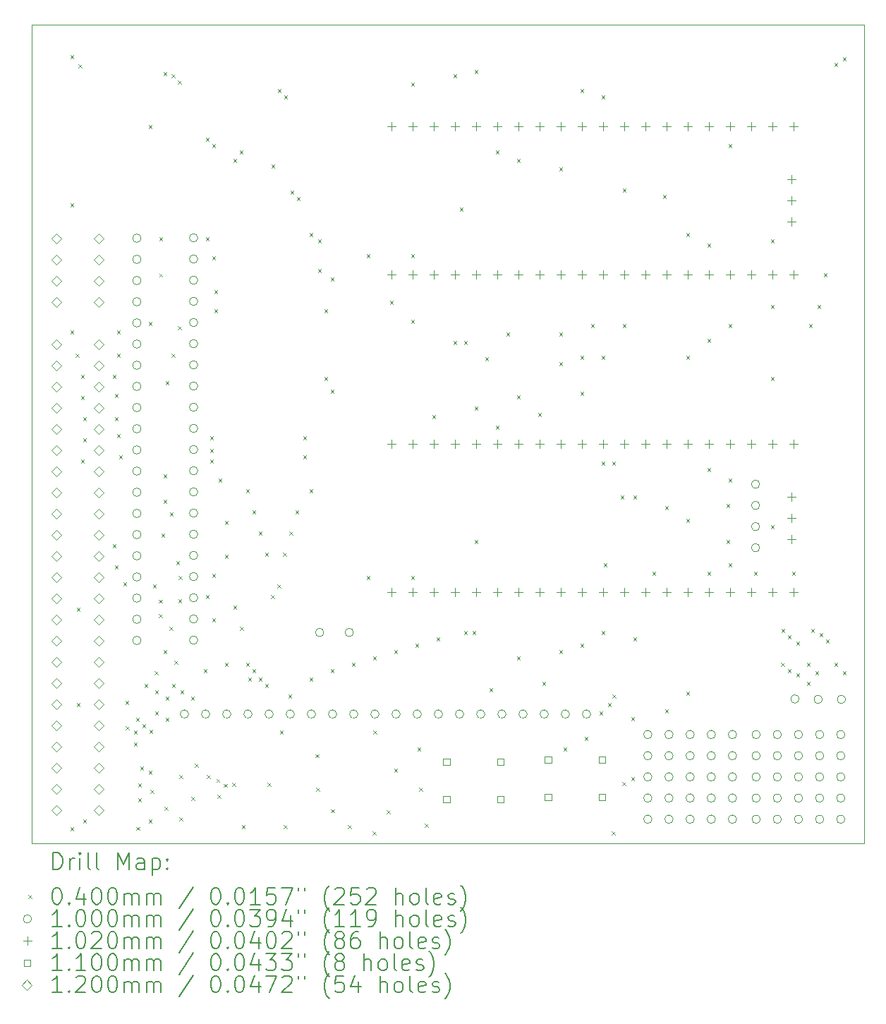
<source format=gbr>
%TF.GenerationSoftware,KiCad,Pcbnew,6.0.11-2627ca5db0~126~ubuntu22.04.1*%
%TF.CreationDate,2023-11-30T20:29:23+00:00*%
%TF.ProjectId,zx-spectrum-diagnostics,7a782d73-7065-4637-9472-756d2d646961,1.1*%
%TF.SameCoordinates,Original*%
%TF.FileFunction,Drillmap*%
%TF.FilePolarity,Positive*%
%FSLAX45Y45*%
G04 Gerber Fmt 4.5, Leading zero omitted, Abs format (unit mm)*
G04 Created by KiCad (PCBNEW 6.0.11-2627ca5db0~126~ubuntu22.04.1) date 2023-11-30 20:29:23*
%MOMM*%
%LPD*%
G01*
G04 APERTURE LIST*
%ADD10C,0.100000*%
%ADD11C,0.200000*%
%ADD12C,0.040000*%
%ADD13C,0.102000*%
%ADD14C,0.110000*%
%ADD15C,0.120000*%
G04 APERTURE END LIST*
D10*
X7470000Y-5588600D02*
X17461000Y-5588600D01*
X17461000Y-5588600D02*
X17461000Y-15405000D01*
X17461000Y-15405000D02*
X7470000Y-15405000D01*
X7470000Y-15405000D02*
X7470000Y-5588600D01*
D11*
D12*
X7930200Y-5949000D02*
X7970200Y-5989000D01*
X7970200Y-5949000D02*
X7930200Y-5989000D01*
X7930200Y-7727000D02*
X7970200Y-7767000D01*
X7970200Y-7727000D02*
X7930200Y-7767000D01*
X7930200Y-9251000D02*
X7970200Y-9291000D01*
X7970200Y-9251000D02*
X7930200Y-9291000D01*
X7930200Y-15215000D02*
X7970200Y-15255000D01*
X7970200Y-15215000D02*
X7930200Y-15255000D01*
X7990750Y-9530400D02*
X8030750Y-9570400D01*
X8030750Y-9530400D02*
X7990750Y-9570400D01*
X8006400Y-12578400D02*
X8046400Y-12618400D01*
X8046400Y-12578400D02*
X8006400Y-12618400D01*
X8006400Y-13721400D02*
X8046400Y-13761400D01*
X8046400Y-13721400D02*
X8006400Y-13761400D01*
X8023940Y-6059390D02*
X8063940Y-6099390D01*
X8063940Y-6059390D02*
X8023940Y-6099390D01*
X8057200Y-9784400D02*
X8097200Y-9824400D01*
X8097200Y-9784400D02*
X8057200Y-9824400D01*
X8057200Y-10038400D02*
X8097200Y-10078400D01*
X8097200Y-10038400D02*
X8057200Y-10078400D01*
X8057200Y-10800400D02*
X8097200Y-10840400D01*
X8097200Y-10800400D02*
X8057200Y-10840400D01*
X8082600Y-10292400D02*
X8122600Y-10332400D01*
X8122600Y-10292400D02*
X8082600Y-10332400D01*
X8082600Y-10546400D02*
X8122600Y-10586400D01*
X8122600Y-10546400D02*
X8082600Y-10586400D01*
X8082600Y-15118400D02*
X8122600Y-15158400D01*
X8122600Y-15118400D02*
X8082600Y-15158400D01*
X8438200Y-9784400D02*
X8478200Y-9824400D01*
X8478200Y-9784400D02*
X8438200Y-9824400D01*
X8438200Y-11816400D02*
X8478200Y-11856400D01*
X8478200Y-11816400D02*
X8438200Y-11856400D01*
X8463600Y-10013000D02*
X8503600Y-10053000D01*
X8503600Y-10013000D02*
X8463600Y-10053000D01*
X8463600Y-10292400D02*
X8503600Y-10332400D01*
X8503600Y-10292400D02*
X8463600Y-10332400D01*
X8463600Y-12070400D02*
X8503600Y-12110400D01*
X8503600Y-12070400D02*
X8463600Y-12110400D01*
X8489000Y-9251000D02*
X8529000Y-9291000D01*
X8529000Y-9251000D02*
X8489000Y-9291000D01*
X8489000Y-9530400D02*
X8529000Y-9570400D01*
X8529000Y-9530400D02*
X8489000Y-9570400D01*
X8489000Y-10495600D02*
X8529000Y-10535600D01*
X8529000Y-10495600D02*
X8489000Y-10535600D01*
X8514400Y-10749600D02*
X8554400Y-10789600D01*
X8554400Y-10749600D02*
X8514400Y-10789600D01*
X8565200Y-12273600D02*
X8605200Y-12313600D01*
X8605200Y-12273600D02*
X8565200Y-12313600D01*
X8590600Y-13696000D02*
X8630600Y-13736000D01*
X8630600Y-13696000D02*
X8590600Y-13736000D01*
X8592750Y-14000800D02*
X8632750Y-14040800D01*
X8632750Y-14000800D02*
X8592750Y-14040800D01*
X8692200Y-14051600D02*
X8732200Y-14091600D01*
X8732200Y-14051600D02*
X8692200Y-14091600D01*
X8692200Y-14200250D02*
X8732200Y-14240250D01*
X8732200Y-14200250D02*
X8692200Y-14240250D01*
X8717600Y-13899200D02*
X8757600Y-13939200D01*
X8757600Y-13899200D02*
X8717600Y-13939200D01*
X8723000Y-15210000D02*
X8763000Y-15250000D01*
X8763000Y-15210000D02*
X8723000Y-15250000D01*
X8743000Y-14686600D02*
X8783000Y-14726600D01*
X8783000Y-14686600D02*
X8743000Y-14726600D01*
X8743000Y-14864400D02*
X8783000Y-14904400D01*
X8783000Y-14864400D02*
X8743000Y-14904400D01*
X8768400Y-14483400D02*
X8808400Y-14523400D01*
X8808400Y-14483400D02*
X8768400Y-14523400D01*
X8793800Y-13975400D02*
X8833800Y-14015400D01*
X8833800Y-13975400D02*
X8793800Y-14015400D01*
X8819200Y-13492800D02*
X8859200Y-13532800D01*
X8859200Y-13492800D02*
X8819200Y-13532800D01*
X8870000Y-6787200D02*
X8910000Y-6827200D01*
X8910000Y-6787200D02*
X8870000Y-6827200D01*
X8870000Y-9149400D02*
X8910000Y-9189400D01*
X8910000Y-9149400D02*
X8870000Y-9189400D01*
X8870000Y-14534200D02*
X8910000Y-14574200D01*
X8910000Y-14534200D02*
X8870000Y-14574200D01*
X8870000Y-15118400D02*
X8910000Y-15158400D01*
X8910000Y-15118400D02*
X8870000Y-15158400D01*
X8876964Y-14047850D02*
X8916964Y-14087850D01*
X8916964Y-14047850D02*
X8876964Y-14087850D01*
X8891000Y-14762800D02*
X8931000Y-14802800D01*
X8931000Y-14762800D02*
X8891000Y-14802800D01*
X8920800Y-12299000D02*
X8960800Y-12339000D01*
X8960800Y-12299000D02*
X8920800Y-12339000D01*
X8943450Y-13340400D02*
X8983450Y-13380400D01*
X8983450Y-13340400D02*
X8943450Y-13380400D01*
X8946200Y-13569000D02*
X8986200Y-13609000D01*
X8986200Y-13569000D02*
X8946200Y-13609000D01*
X8946200Y-13823000D02*
X8986200Y-13863000D01*
X8986200Y-13823000D02*
X8946200Y-13863000D01*
X8993250Y-12484147D02*
X9033250Y-12524147D01*
X9033250Y-12484147D02*
X8993250Y-12524147D01*
X8993250Y-12654600D02*
X9033250Y-12694600D01*
X9033250Y-12654600D02*
X8993250Y-12694600D01*
X8997000Y-8133400D02*
X9037000Y-8173400D01*
X9037000Y-8133400D02*
X8997000Y-8173400D01*
X8997000Y-8570950D02*
X9037000Y-8610950D01*
X9037000Y-8570950D02*
X8997000Y-8610950D01*
X9022400Y-11689400D02*
X9062400Y-11729400D01*
X9062400Y-11689400D02*
X9022400Y-11729400D01*
X9047800Y-6152200D02*
X9087800Y-6192200D01*
X9087800Y-6152200D02*
X9047800Y-6192200D01*
X9047800Y-10978630D02*
X9087800Y-11018630D01*
X9087800Y-10978630D02*
X9047800Y-11018630D01*
X9047800Y-11283000D02*
X9087800Y-11323000D01*
X9087800Y-11283000D02*
X9047800Y-11323000D01*
X9047800Y-13086400D02*
X9087800Y-13126400D01*
X9087800Y-13086400D02*
X9047800Y-13126400D01*
X9061000Y-14966000D02*
X9101000Y-15006000D01*
X9101000Y-14966000D02*
X9061000Y-15006000D01*
X9073070Y-9860470D02*
X9113070Y-9900470D01*
X9113070Y-9860470D02*
X9073070Y-9900470D01*
X9073200Y-13645200D02*
X9113200Y-13685200D01*
X9113200Y-13645200D02*
X9073200Y-13685200D01*
X9073200Y-13899200D02*
X9113200Y-13939200D01*
X9113200Y-13899200D02*
X9073200Y-13939200D01*
X9120250Y-12807000D02*
X9160250Y-12847000D01*
X9160250Y-12807000D02*
X9120250Y-12847000D01*
X9123870Y-11435400D02*
X9163870Y-11475400D01*
X9163870Y-11435400D02*
X9123870Y-11475400D01*
X9145520Y-6177900D02*
X9185520Y-6217900D01*
X9185520Y-6177900D02*
X9145520Y-6217900D01*
X9145520Y-9531130D02*
X9185520Y-9571130D01*
X9185520Y-9531130D02*
X9145520Y-9571130D01*
X9149400Y-13496550D02*
X9189400Y-13536550D01*
X9189400Y-13496550D02*
X9149400Y-13536550D01*
X9178550Y-13213400D02*
X9218550Y-13253400D01*
X9218550Y-13213400D02*
X9178550Y-13253400D01*
X9200200Y-12019600D02*
X9240200Y-12059600D01*
X9240200Y-12019600D02*
X9200200Y-12059600D01*
X9217970Y-6258997D02*
X9257970Y-6298997D01*
X9257970Y-6258997D02*
X9217970Y-6298997D01*
X9217970Y-9200200D02*
X9257970Y-9240200D01*
X9257970Y-9200200D02*
X9217970Y-9240200D01*
X9225600Y-12476800D02*
X9265600Y-12516800D01*
X9265600Y-12476800D02*
X9225600Y-12516800D01*
X9226495Y-12198295D02*
X9266495Y-12238295D01*
X9266495Y-12198295D02*
X9226495Y-12238295D01*
X9238000Y-14585000D02*
X9278000Y-14625000D01*
X9278000Y-14585000D02*
X9238000Y-14625000D01*
X9238000Y-15096000D02*
X9278000Y-15136000D01*
X9278000Y-15096000D02*
X9238000Y-15136000D01*
X9251000Y-13569000D02*
X9291000Y-13609000D01*
X9291000Y-13569000D02*
X9251000Y-13609000D01*
X9378000Y-13645200D02*
X9418000Y-13685200D01*
X9418000Y-13645200D02*
X9378000Y-13685200D01*
X9381000Y-14848000D02*
X9421000Y-14888000D01*
X9421000Y-14848000D02*
X9381000Y-14888000D01*
X9424000Y-14452000D02*
X9464000Y-14492000D01*
X9464000Y-14452000D02*
X9424000Y-14492000D01*
X9530400Y-13315000D02*
X9570400Y-13355000D01*
X9570400Y-13315000D02*
X9530400Y-13355000D01*
X9555800Y-6939600D02*
X9595800Y-6979600D01*
X9595800Y-6939600D02*
X9555800Y-6979600D01*
X9555800Y-8133400D02*
X9595800Y-8173400D01*
X9595800Y-8133400D02*
X9555800Y-8173400D01*
X9555800Y-12426000D02*
X9595800Y-12466000D01*
X9595800Y-12426000D02*
X9555800Y-12466000D01*
X9565000Y-14585000D02*
X9605000Y-14625000D01*
X9605000Y-14585000D02*
X9565000Y-14625000D01*
X9606600Y-10521000D02*
X9646600Y-10561000D01*
X9646600Y-10521000D02*
X9606600Y-10561000D01*
X9606600Y-10673400D02*
X9646600Y-10713400D01*
X9646600Y-10673400D02*
X9606600Y-10713400D01*
X9606600Y-10800400D02*
X9646600Y-10840400D01*
X9646600Y-10800400D02*
X9606600Y-10840400D01*
X9632000Y-7015800D02*
X9672000Y-7055800D01*
X9672000Y-7015800D02*
X9632000Y-7055800D01*
X9632000Y-8362000D02*
X9672000Y-8402000D01*
X9672000Y-8362000D02*
X9632000Y-8402000D01*
X9632000Y-12172000D02*
X9672000Y-12212000D01*
X9672000Y-12172000D02*
X9632000Y-12212000D01*
X9632000Y-12705400D02*
X9672000Y-12745400D01*
X9672000Y-12705400D02*
X9632000Y-12745400D01*
X9657400Y-8768400D02*
X9697400Y-8808400D01*
X9697400Y-8768400D02*
X9657400Y-8808400D01*
X9657400Y-8997000D02*
X9697400Y-9037000D01*
X9697400Y-8997000D02*
X9657400Y-9037000D01*
X9682800Y-14634050D02*
X9722800Y-14674050D01*
X9722800Y-14634050D02*
X9682800Y-14674050D01*
X9697000Y-14824000D02*
X9737000Y-14864000D01*
X9737000Y-14824000D02*
X9697000Y-14864000D01*
X9708200Y-11029000D02*
X9748200Y-11069000D01*
X9748200Y-11029000D02*
X9708200Y-11069000D01*
X9769021Y-14692460D02*
X9809021Y-14732460D01*
X9809021Y-14692460D02*
X9769021Y-14732460D01*
X9784400Y-11537000D02*
X9824400Y-11577000D01*
X9824400Y-11537000D02*
X9784400Y-11577000D01*
X9784400Y-11943400D02*
X9824400Y-11983400D01*
X9824400Y-11943400D02*
X9784400Y-11983400D01*
X9784400Y-13238800D02*
X9824400Y-13278800D01*
X9824400Y-13238800D02*
X9784400Y-13278800D01*
X9871000Y-14683600D02*
X9911000Y-14723600D01*
X9911000Y-14683600D02*
X9871000Y-14723600D01*
X9886000Y-7193600D02*
X9926000Y-7233600D01*
X9926000Y-7193600D02*
X9886000Y-7233600D01*
X9886000Y-12553000D02*
X9926000Y-12593000D01*
X9926000Y-12553000D02*
X9886000Y-12593000D01*
X9962200Y-7092000D02*
X10002200Y-7132000D01*
X10002200Y-7092000D02*
X9962200Y-7132000D01*
X9965950Y-12807000D02*
X10005950Y-12847000D01*
X10005950Y-12807000D02*
X9965950Y-12847000D01*
X9987000Y-15186000D02*
X10027000Y-15226000D01*
X10027000Y-15186000D02*
X9987000Y-15226000D01*
X10038400Y-11156000D02*
X10078400Y-11196000D01*
X10078400Y-11156000D02*
X10038400Y-11196000D01*
X10038400Y-13238800D02*
X10078400Y-13278800D01*
X10078400Y-13238800D02*
X10038400Y-13278800D01*
X10063800Y-13416600D02*
X10103800Y-13456600D01*
X10103800Y-13416600D02*
X10063800Y-13456600D01*
X10114600Y-11410000D02*
X10154600Y-11450000D01*
X10154600Y-11410000D02*
X10114600Y-11450000D01*
X10114600Y-13315000D02*
X10154600Y-13355000D01*
X10154600Y-13315000D02*
X10114600Y-13355000D01*
X10190800Y-11664000D02*
X10230800Y-11704000D01*
X10230800Y-11664000D02*
X10190800Y-11704000D01*
X10190800Y-13416600D02*
X10230800Y-13456600D01*
X10230800Y-13416600D02*
X10190800Y-13456600D01*
X10267000Y-11918000D02*
X10307000Y-11958000D01*
X10307000Y-11918000D02*
X10267000Y-11958000D01*
X10267000Y-13492800D02*
X10307000Y-13532800D01*
X10307000Y-13492800D02*
X10267000Y-13532800D01*
X10294000Y-14683600D02*
X10334000Y-14723600D01*
X10334000Y-14683600D02*
X10294000Y-14723600D01*
X10339450Y-12426000D02*
X10379450Y-12466000D01*
X10379450Y-12426000D02*
X10339450Y-12466000D01*
X10343200Y-7266050D02*
X10383200Y-7306050D01*
X10383200Y-7266050D02*
X10343200Y-7306050D01*
X10411900Y-12299000D02*
X10451900Y-12339000D01*
X10451900Y-12299000D02*
X10411900Y-12339000D01*
X10419400Y-6355400D02*
X10459400Y-6395400D01*
X10459400Y-6355400D02*
X10419400Y-6395400D01*
X10444800Y-14051600D02*
X10484800Y-14091600D01*
X10484800Y-14051600D02*
X10444800Y-14091600D01*
X10484350Y-11918000D02*
X10524350Y-11958000D01*
X10524350Y-11918000D02*
X10484350Y-11958000D01*
X10493000Y-15186000D02*
X10533000Y-15226000D01*
X10533000Y-15186000D02*
X10493000Y-15226000D01*
X10495600Y-6431600D02*
X10535600Y-6471600D01*
X10535600Y-6431600D02*
X10495600Y-6471600D01*
X10546400Y-13619800D02*
X10586400Y-13659800D01*
X10586400Y-13619800D02*
X10546400Y-13659800D01*
X10556800Y-11664000D02*
X10596800Y-11704000D01*
X10596800Y-11664000D02*
X10556800Y-11704000D01*
X10571800Y-7574600D02*
X10611800Y-7614600D01*
X10611800Y-7574600D02*
X10571800Y-7614600D01*
X10629250Y-11410000D02*
X10669250Y-11450000D01*
X10669250Y-11410000D02*
X10629250Y-11450000D01*
X10648000Y-7650800D02*
X10688000Y-7690800D01*
X10688000Y-7650800D02*
X10648000Y-7690800D01*
X10724200Y-10521000D02*
X10764200Y-10561000D01*
X10764200Y-10521000D02*
X10724200Y-10561000D01*
X10724200Y-10749600D02*
X10764200Y-10789600D01*
X10764200Y-10749600D02*
X10724200Y-10789600D01*
X10800400Y-8082600D02*
X10840400Y-8122600D01*
X10840400Y-8082600D02*
X10800400Y-8122600D01*
X10800400Y-11156000D02*
X10840400Y-11196000D01*
X10840400Y-11156000D02*
X10800400Y-11196000D01*
X10800400Y-13416600D02*
X10840400Y-13456600D01*
X10840400Y-13416600D02*
X10800400Y-13456600D01*
X10870300Y-14337300D02*
X10910300Y-14377300D01*
X10910300Y-14337300D02*
X10870300Y-14377300D01*
X10877000Y-14738000D02*
X10917000Y-14778000D01*
X10917000Y-14738000D02*
X10877000Y-14778000D01*
X10902000Y-8158800D02*
X10942000Y-8198800D01*
X10942000Y-8158800D02*
X10902000Y-8198800D01*
X10902000Y-8514400D02*
X10942000Y-8554400D01*
X10942000Y-8514400D02*
X10902000Y-8554400D01*
X10978200Y-8997000D02*
X11018200Y-9037000D01*
X11018200Y-8997000D02*
X10978200Y-9037000D01*
X10978200Y-9809800D02*
X11018200Y-9849800D01*
X11018200Y-9809800D02*
X10978200Y-9849800D01*
X11054400Y-8616000D02*
X11094400Y-8656000D01*
X11094400Y-8616000D02*
X11054400Y-8656000D01*
X11054400Y-9962200D02*
X11094400Y-10002200D01*
X11094400Y-9962200D02*
X11054400Y-10002200D01*
X11054400Y-13315000D02*
X11094400Y-13355000D01*
X11094400Y-13315000D02*
X11054400Y-13355000D01*
X11057000Y-14998000D02*
X11097000Y-15038000D01*
X11097000Y-14998000D02*
X11057000Y-15038000D01*
X11261000Y-15186000D02*
X11301000Y-15226000D01*
X11301000Y-15186000D02*
X11261000Y-15226000D01*
X11308400Y-13238800D02*
X11348400Y-13278800D01*
X11348400Y-13238800D02*
X11308400Y-13278800D01*
X11486200Y-8336600D02*
X11526200Y-8376600D01*
X11526200Y-8336600D02*
X11486200Y-8376600D01*
X11486200Y-12197400D02*
X11526200Y-12237400D01*
X11526200Y-12197400D02*
X11486200Y-12237400D01*
X11555800Y-15267800D02*
X11595800Y-15307800D01*
X11595800Y-15267800D02*
X11555800Y-15307800D01*
X11562400Y-13166350D02*
X11602400Y-13206350D01*
X11602400Y-13166350D02*
X11562400Y-13206350D01*
X11568000Y-14051600D02*
X11608000Y-14091600D01*
X11608000Y-14051600D02*
X11568000Y-14091600D01*
X11725000Y-15009000D02*
X11765000Y-15049000D01*
X11765000Y-15009000D02*
X11725000Y-15049000D01*
X11765600Y-8895400D02*
X11805600Y-8935400D01*
X11805600Y-8895400D02*
X11765600Y-8935400D01*
X11816400Y-13086400D02*
X11856400Y-13126400D01*
X11856400Y-13086400D02*
X11816400Y-13126400D01*
X11816400Y-14510000D02*
X11856400Y-14550000D01*
X11856400Y-14510000D02*
X11816400Y-14550000D01*
X12019600Y-6279200D02*
X12059600Y-6319200D01*
X12059600Y-6279200D02*
X12019600Y-6319200D01*
X12019600Y-8336600D02*
X12059600Y-8376600D01*
X12059600Y-8336600D02*
X12019600Y-8376600D01*
X12019600Y-9124000D02*
X12059600Y-9164000D01*
X12059600Y-9124000D02*
X12019600Y-9164000D01*
X12019600Y-12197400D02*
X12059600Y-12237400D01*
X12059600Y-12197400D02*
X12019600Y-12237400D01*
X12070400Y-13013950D02*
X12110400Y-13053950D01*
X12110400Y-13013950D02*
X12070400Y-13053950D01*
X12095800Y-14254800D02*
X12135800Y-14294800D01*
X12135800Y-14254800D02*
X12095800Y-14294800D01*
X12113300Y-14737400D02*
X12153300Y-14777400D01*
X12153300Y-14737400D02*
X12113300Y-14777400D01*
X12186000Y-15171000D02*
X12226000Y-15211000D01*
X12226000Y-15171000D02*
X12186000Y-15211000D01*
X12273600Y-10267000D02*
X12313600Y-10307000D01*
X12313600Y-10267000D02*
X12273600Y-10307000D01*
X12324400Y-12934000D02*
X12364400Y-12974000D01*
X12364400Y-12934000D02*
X12324400Y-12974000D01*
X12527600Y-6177600D02*
X12567600Y-6217600D01*
X12567600Y-6177600D02*
X12527600Y-6217600D01*
X12527600Y-9378000D02*
X12567600Y-9418000D01*
X12567600Y-9378000D02*
X12527600Y-9418000D01*
X12603800Y-7777800D02*
X12643800Y-7817800D01*
X12643800Y-7777800D02*
X12603800Y-7817800D01*
X12654600Y-9378000D02*
X12694600Y-9418000D01*
X12694600Y-9378000D02*
X12654600Y-9418000D01*
X12654600Y-12857800D02*
X12694600Y-12897800D01*
X12694600Y-12857800D02*
X12654600Y-12897800D01*
X12756200Y-12861550D02*
X12796200Y-12901550D01*
X12796200Y-12861550D02*
X12756200Y-12901550D01*
X12781600Y-6126800D02*
X12821600Y-6166800D01*
X12821600Y-6126800D02*
X12781600Y-6166800D01*
X12781600Y-10165400D02*
X12821600Y-10205400D01*
X12821600Y-10165400D02*
X12781600Y-10205400D01*
X12781600Y-11765600D02*
X12821600Y-11805600D01*
X12821600Y-11765600D02*
X12781600Y-11805600D01*
X12908600Y-9574550D02*
X12948600Y-9614550D01*
X12948600Y-9574550D02*
X12908600Y-9614550D01*
X12959400Y-13543600D02*
X12999400Y-13583600D01*
X12999400Y-13543600D02*
X12959400Y-13583600D01*
X13035600Y-7092000D02*
X13075600Y-7132000D01*
X13075600Y-7092000D02*
X13035600Y-7132000D01*
X13035600Y-10394000D02*
X13075600Y-10434000D01*
X13075600Y-10394000D02*
X13035600Y-10434000D01*
X13162600Y-9276400D02*
X13202600Y-9316400D01*
X13202600Y-9276400D02*
X13162600Y-9316400D01*
X13289600Y-7193600D02*
X13329600Y-7233600D01*
X13329600Y-7193600D02*
X13289600Y-7233600D01*
X13289600Y-10034650D02*
X13329600Y-10074650D01*
X13329600Y-10034650D02*
X13289600Y-10074650D01*
X13289600Y-13162600D02*
X13329600Y-13202600D01*
X13329600Y-13162600D02*
X13289600Y-13202600D01*
X13543600Y-10241600D02*
X13583600Y-10281600D01*
X13583600Y-10241600D02*
X13543600Y-10281600D01*
X13594400Y-13467400D02*
X13634400Y-13507400D01*
X13634400Y-13467400D02*
X13594400Y-13507400D01*
X13797600Y-7295200D02*
X13837600Y-7335200D01*
X13837600Y-7295200D02*
X13797600Y-7335200D01*
X13797600Y-9276400D02*
X13837600Y-9316400D01*
X13837600Y-9276400D02*
X13797600Y-9316400D01*
X13797600Y-9632000D02*
X13837600Y-9672000D01*
X13837600Y-9632000D02*
X13797600Y-9672000D01*
X13797600Y-13086400D02*
X13837600Y-13126400D01*
X13837600Y-13086400D02*
X13797600Y-13126400D01*
X13848400Y-14254800D02*
X13888400Y-14294800D01*
X13888400Y-14254800D02*
X13848400Y-14294800D01*
X14051600Y-6355400D02*
X14091600Y-6395400D01*
X14091600Y-6355400D02*
X14051600Y-6395400D01*
X14051600Y-9555800D02*
X14091600Y-9595800D01*
X14091600Y-9555800D02*
X14051600Y-9595800D01*
X14051600Y-9987600D02*
X14091600Y-10027600D01*
X14091600Y-9987600D02*
X14051600Y-10027600D01*
X14051600Y-13010200D02*
X14091600Y-13050200D01*
X14091600Y-13010200D02*
X14051600Y-13050200D01*
X14102400Y-14127800D02*
X14142400Y-14167800D01*
X14142400Y-14127800D02*
X14102400Y-14167800D01*
X14178600Y-9174800D02*
X14218600Y-9214800D01*
X14218600Y-9174800D02*
X14178600Y-9214800D01*
X14280200Y-13823000D02*
X14320200Y-13863000D01*
X14320200Y-13823000D02*
X14280200Y-13863000D01*
X14305600Y-6431600D02*
X14345600Y-6471600D01*
X14345600Y-6431600D02*
X14305600Y-6471600D01*
X14305600Y-9555800D02*
X14345600Y-9595800D01*
X14345600Y-9555800D02*
X14305600Y-9595800D01*
X14305600Y-10825800D02*
X14345600Y-10865800D01*
X14345600Y-10825800D02*
X14305600Y-10865800D01*
X14305600Y-12857800D02*
X14345600Y-12897800D01*
X14345600Y-12857800D02*
X14305600Y-12897800D01*
X14331000Y-12045000D02*
X14371000Y-12085000D01*
X14371000Y-12045000D02*
X14331000Y-12085000D01*
X14381800Y-13721400D02*
X14421800Y-13761400D01*
X14421800Y-13721400D02*
X14381800Y-13761400D01*
X14426000Y-15267800D02*
X14466000Y-15307800D01*
X14466000Y-15267800D02*
X14426000Y-15307800D01*
X14432600Y-10825800D02*
X14472600Y-10865800D01*
X14472600Y-10825800D02*
X14432600Y-10865800D01*
X14437340Y-13619800D02*
X14477340Y-13659800D01*
X14477340Y-13619800D02*
X14437340Y-13659800D01*
X14534200Y-11232200D02*
X14574200Y-11272200D01*
X14574200Y-11232200D02*
X14534200Y-11272200D01*
X14553000Y-14673000D02*
X14593000Y-14713000D01*
X14593000Y-14673000D02*
X14553000Y-14713000D01*
X14559600Y-7549200D02*
X14599600Y-7589200D01*
X14599600Y-7549200D02*
X14559600Y-7589200D01*
X14559600Y-9174800D02*
X14599600Y-9214800D01*
X14599600Y-9174800D02*
X14559600Y-9214800D01*
X14661200Y-13895450D02*
X14701200Y-13935450D01*
X14701200Y-13895450D02*
X14661200Y-13935450D01*
X14661200Y-14610400D02*
X14701200Y-14650400D01*
X14701200Y-14610400D02*
X14661200Y-14650400D01*
X14686600Y-11232200D02*
X14726600Y-11272200D01*
X14726600Y-11232200D02*
X14686600Y-11272200D01*
X14686600Y-12934000D02*
X14726600Y-12974000D01*
X14726600Y-12934000D02*
X14686600Y-12974000D01*
X14915200Y-12146600D02*
X14955200Y-12186600D01*
X14955200Y-12146600D02*
X14915200Y-12186600D01*
X15042200Y-7625400D02*
X15082200Y-7665400D01*
X15082200Y-7625400D02*
X15042200Y-7665400D01*
X15067600Y-11359200D02*
X15107600Y-11399200D01*
X15107600Y-11359200D02*
X15067600Y-11399200D01*
X15067600Y-13797600D02*
X15107600Y-13837600D01*
X15107600Y-13797600D02*
X15067600Y-13837600D01*
X15321600Y-8082600D02*
X15361600Y-8122600D01*
X15361600Y-8082600D02*
X15321600Y-8122600D01*
X15321600Y-9555800D02*
X15361600Y-9595800D01*
X15361600Y-9555800D02*
X15321600Y-9595800D01*
X15321600Y-11511600D02*
X15361600Y-11551600D01*
X15361600Y-11511600D02*
X15321600Y-11551600D01*
X15321600Y-13585650D02*
X15361600Y-13625650D01*
X15361600Y-13585650D02*
X15321600Y-13625650D01*
X15575600Y-8209600D02*
X15615600Y-8249600D01*
X15615600Y-8209600D02*
X15575600Y-8249600D01*
X15575600Y-9352600D02*
X15615600Y-9392600D01*
X15615600Y-9352600D02*
X15575600Y-9392600D01*
X15575600Y-10902000D02*
X15615600Y-10942000D01*
X15615600Y-10902000D02*
X15575600Y-10942000D01*
X15575600Y-12146600D02*
X15615600Y-12186600D01*
X15615600Y-12146600D02*
X15575600Y-12186600D01*
X15804200Y-11333800D02*
X15844200Y-11373800D01*
X15844200Y-11333800D02*
X15804200Y-11373800D01*
X15804200Y-11765600D02*
X15844200Y-11805600D01*
X15844200Y-11765600D02*
X15804200Y-11805600D01*
X15829600Y-7015800D02*
X15869600Y-7055800D01*
X15869600Y-7015800D02*
X15829600Y-7055800D01*
X15829600Y-9174800D02*
X15869600Y-9214800D01*
X15869600Y-9174800D02*
X15829600Y-9214800D01*
X15829600Y-11029000D02*
X15869600Y-11069000D01*
X15869600Y-11029000D02*
X15829600Y-11069000D01*
X15829600Y-12045000D02*
X15869600Y-12085000D01*
X15869600Y-12045000D02*
X15829600Y-12085000D01*
X16134400Y-12146600D02*
X16174400Y-12186600D01*
X16174400Y-12146600D02*
X16134400Y-12186600D01*
X16337600Y-8158800D02*
X16377600Y-8198800D01*
X16377600Y-8158800D02*
X16337600Y-8198800D01*
X16337600Y-8946200D02*
X16377600Y-8986200D01*
X16377600Y-8946200D02*
X16337600Y-8986200D01*
X16337600Y-9809800D02*
X16377600Y-9849800D01*
X16377600Y-9809800D02*
X16337600Y-9849800D01*
X16337600Y-11587800D02*
X16377600Y-11627800D01*
X16377600Y-11587800D02*
X16337600Y-11627800D01*
X16457636Y-13242550D02*
X16497636Y-13282550D01*
X16497636Y-13242550D02*
X16457636Y-13282550D01*
X16464600Y-12832400D02*
X16504600Y-12872400D01*
X16504600Y-12832400D02*
X16464600Y-12872400D01*
X16540800Y-12908600D02*
X16580800Y-12948600D01*
X16580800Y-12908600D02*
X16540800Y-12948600D01*
X16540800Y-13315000D02*
X16580800Y-13355000D01*
X16580800Y-13315000D02*
X16540800Y-13355000D01*
X16591600Y-12146600D02*
X16631600Y-12186600D01*
X16631600Y-12146600D02*
X16591600Y-12186600D01*
X16642400Y-12984800D02*
X16682400Y-13024800D01*
X16682400Y-12984800D02*
X16642400Y-13024800D01*
X16642400Y-13365800D02*
X16682400Y-13405800D01*
X16682400Y-13365800D02*
X16642400Y-13405800D01*
X16769400Y-13238800D02*
X16809400Y-13278800D01*
X16809400Y-13238800D02*
X16769400Y-13278800D01*
X16769400Y-13467400D02*
X16809400Y-13507400D01*
X16809400Y-13467400D02*
X16769400Y-13507400D01*
X16794800Y-9174800D02*
X16834800Y-9214800D01*
X16834800Y-9174800D02*
X16794800Y-9214800D01*
X16820200Y-12836150D02*
X16860200Y-12876150D01*
X16860200Y-12836150D02*
X16820200Y-12876150D01*
X16871000Y-13340400D02*
X16911000Y-13380400D01*
X16911000Y-13340400D02*
X16871000Y-13380400D01*
X16896400Y-8946200D02*
X16936400Y-8986200D01*
X16936400Y-8946200D02*
X16896400Y-8986200D01*
X16921800Y-12883200D02*
X16961800Y-12923200D01*
X16961800Y-12883200D02*
X16921800Y-12923200D01*
X16972600Y-8565200D02*
X17012600Y-8605200D01*
X17012600Y-8565200D02*
X16972600Y-8605200D01*
X16998000Y-12959400D02*
X17038000Y-12999400D01*
X17038000Y-12959400D02*
X16998000Y-12999400D01*
X17099600Y-6046850D02*
X17139600Y-6086850D01*
X17139600Y-6046850D02*
X17099600Y-6086850D01*
X17099600Y-13238800D02*
X17139600Y-13278800D01*
X17139600Y-13238800D02*
X17099600Y-13278800D01*
X17201200Y-5974400D02*
X17241200Y-6014400D01*
X17241200Y-5974400D02*
X17201200Y-6014400D01*
X17201200Y-13340400D02*
X17241200Y-13380400D01*
X17241200Y-13340400D02*
X17201200Y-13380400D01*
D10*
X8778500Y-8147000D02*
G75*
G03*
X8778500Y-8147000I-50000J0D01*
G01*
X8778500Y-8401000D02*
G75*
G03*
X8778500Y-8401000I-50000J0D01*
G01*
X8778500Y-8655000D02*
G75*
G03*
X8778500Y-8655000I-50000J0D01*
G01*
X8778500Y-8909000D02*
G75*
G03*
X8778500Y-8909000I-50000J0D01*
G01*
X8778500Y-9163000D02*
G75*
G03*
X8778500Y-9163000I-50000J0D01*
G01*
X8778500Y-9417000D02*
G75*
G03*
X8778500Y-9417000I-50000J0D01*
G01*
X8778500Y-9671000D02*
G75*
G03*
X8778500Y-9671000I-50000J0D01*
G01*
X8778500Y-9925000D02*
G75*
G03*
X8778500Y-9925000I-50000J0D01*
G01*
X8778500Y-10179000D02*
G75*
G03*
X8778500Y-10179000I-50000J0D01*
G01*
X8778500Y-10433000D02*
G75*
G03*
X8778500Y-10433000I-50000J0D01*
G01*
X8778500Y-10687000D02*
G75*
G03*
X8778500Y-10687000I-50000J0D01*
G01*
X8778500Y-10941000D02*
G75*
G03*
X8778500Y-10941000I-50000J0D01*
G01*
X8778500Y-11195000D02*
G75*
G03*
X8778500Y-11195000I-50000J0D01*
G01*
X8778500Y-11449000D02*
G75*
G03*
X8778500Y-11449000I-50000J0D01*
G01*
X8778500Y-11703000D02*
G75*
G03*
X8778500Y-11703000I-50000J0D01*
G01*
X8778500Y-11957000D02*
G75*
G03*
X8778500Y-11957000I-50000J0D01*
G01*
X8778500Y-12211000D02*
G75*
G03*
X8778500Y-12211000I-50000J0D01*
G01*
X8778500Y-12465000D02*
G75*
G03*
X8778500Y-12465000I-50000J0D01*
G01*
X8778500Y-12719000D02*
G75*
G03*
X8778500Y-12719000I-50000J0D01*
G01*
X8778500Y-12973000D02*
G75*
G03*
X8778500Y-12973000I-50000J0D01*
G01*
X9349000Y-13856500D02*
G75*
G03*
X9349000Y-13856500I-50000J0D01*
G01*
X9459000Y-8143000D02*
G75*
G03*
X9459000Y-8143000I-50000J0D01*
G01*
X9459000Y-8397000D02*
G75*
G03*
X9459000Y-8397000I-50000J0D01*
G01*
X9459000Y-8651000D02*
G75*
G03*
X9459000Y-8651000I-50000J0D01*
G01*
X9459000Y-8905000D02*
G75*
G03*
X9459000Y-8905000I-50000J0D01*
G01*
X9459000Y-9159000D02*
G75*
G03*
X9459000Y-9159000I-50000J0D01*
G01*
X9459000Y-9413000D02*
G75*
G03*
X9459000Y-9413000I-50000J0D01*
G01*
X9459000Y-9667000D02*
G75*
G03*
X9459000Y-9667000I-50000J0D01*
G01*
X9459000Y-9921000D02*
G75*
G03*
X9459000Y-9921000I-50000J0D01*
G01*
X9459000Y-10175000D02*
G75*
G03*
X9459000Y-10175000I-50000J0D01*
G01*
X9459000Y-10429000D02*
G75*
G03*
X9459000Y-10429000I-50000J0D01*
G01*
X9459000Y-10683000D02*
G75*
G03*
X9459000Y-10683000I-50000J0D01*
G01*
X9459000Y-10937000D02*
G75*
G03*
X9459000Y-10937000I-50000J0D01*
G01*
X9459000Y-11191000D02*
G75*
G03*
X9459000Y-11191000I-50000J0D01*
G01*
X9459000Y-11445000D02*
G75*
G03*
X9459000Y-11445000I-50000J0D01*
G01*
X9459000Y-11699000D02*
G75*
G03*
X9459000Y-11699000I-50000J0D01*
G01*
X9459000Y-11953000D02*
G75*
G03*
X9459000Y-11953000I-50000J0D01*
G01*
X9459000Y-12207000D02*
G75*
G03*
X9459000Y-12207000I-50000J0D01*
G01*
X9459000Y-12461000D02*
G75*
G03*
X9459000Y-12461000I-50000J0D01*
G01*
X9459000Y-12715000D02*
G75*
G03*
X9459000Y-12715000I-50000J0D01*
G01*
X9459000Y-12969000D02*
G75*
G03*
X9459000Y-12969000I-50000J0D01*
G01*
X9603000Y-13856500D02*
G75*
G03*
X9603000Y-13856500I-50000J0D01*
G01*
X9857000Y-13856500D02*
G75*
G03*
X9857000Y-13856500I-50000J0D01*
G01*
X10111000Y-13856500D02*
G75*
G03*
X10111000Y-13856500I-50000J0D01*
G01*
X10365000Y-13856500D02*
G75*
G03*
X10365000Y-13856500I-50000J0D01*
G01*
X10619000Y-13856500D02*
G75*
G03*
X10619000Y-13856500I-50000J0D01*
G01*
X10873000Y-13856500D02*
G75*
G03*
X10873000Y-13856500I-50000J0D01*
G01*
X10972000Y-12877800D02*
G75*
G03*
X10972000Y-12877800I-50000J0D01*
G01*
X11127000Y-13856500D02*
G75*
G03*
X11127000Y-13856500I-50000J0D01*
G01*
X11327600Y-12877800D02*
G75*
G03*
X11327600Y-12877800I-50000J0D01*
G01*
X11381000Y-13856500D02*
G75*
G03*
X11381000Y-13856500I-50000J0D01*
G01*
X11635000Y-13856500D02*
G75*
G03*
X11635000Y-13856500I-50000J0D01*
G01*
X11889000Y-13856500D02*
G75*
G03*
X11889000Y-13856500I-50000J0D01*
G01*
X12143000Y-13856500D02*
G75*
G03*
X12143000Y-13856500I-50000J0D01*
G01*
X12397000Y-13856500D02*
G75*
G03*
X12397000Y-13856500I-50000J0D01*
G01*
X12651000Y-13856500D02*
G75*
G03*
X12651000Y-13856500I-50000J0D01*
G01*
X12905000Y-13856500D02*
G75*
G03*
X12905000Y-13856500I-50000J0D01*
G01*
X13159000Y-13856500D02*
G75*
G03*
X13159000Y-13856500I-50000J0D01*
G01*
X13413000Y-13856500D02*
G75*
G03*
X13413000Y-13856500I-50000J0D01*
G01*
X13667000Y-13856500D02*
G75*
G03*
X13667000Y-13856500I-50000J0D01*
G01*
X13921000Y-13856500D02*
G75*
G03*
X13921000Y-13856500I-50000J0D01*
G01*
X14175000Y-13856500D02*
G75*
G03*
X14175000Y-13856500I-50000J0D01*
G01*
X14911000Y-14102000D02*
G75*
G03*
X14911000Y-14102000I-50000J0D01*
G01*
X14911000Y-14356000D02*
G75*
G03*
X14911000Y-14356000I-50000J0D01*
G01*
X14911000Y-14610000D02*
G75*
G03*
X14911000Y-14610000I-50000J0D01*
G01*
X14911000Y-14864000D02*
G75*
G03*
X14911000Y-14864000I-50000J0D01*
G01*
X14911000Y-15118000D02*
G75*
G03*
X14911000Y-15118000I-50000J0D01*
G01*
X15165000Y-14102000D02*
G75*
G03*
X15165000Y-14102000I-50000J0D01*
G01*
X15165000Y-14356000D02*
G75*
G03*
X15165000Y-14356000I-50000J0D01*
G01*
X15165000Y-14610000D02*
G75*
G03*
X15165000Y-14610000I-50000J0D01*
G01*
X15165000Y-14864000D02*
G75*
G03*
X15165000Y-14864000I-50000J0D01*
G01*
X15165000Y-15118000D02*
G75*
G03*
X15165000Y-15118000I-50000J0D01*
G01*
X15419000Y-14102000D02*
G75*
G03*
X15419000Y-14102000I-50000J0D01*
G01*
X15419000Y-14356000D02*
G75*
G03*
X15419000Y-14356000I-50000J0D01*
G01*
X15419000Y-14610000D02*
G75*
G03*
X15419000Y-14610000I-50000J0D01*
G01*
X15419000Y-14864000D02*
G75*
G03*
X15419000Y-14864000I-50000J0D01*
G01*
X15419000Y-15118000D02*
G75*
G03*
X15419000Y-15118000I-50000J0D01*
G01*
X15673000Y-14102000D02*
G75*
G03*
X15673000Y-14102000I-50000J0D01*
G01*
X15673000Y-14356000D02*
G75*
G03*
X15673000Y-14356000I-50000J0D01*
G01*
X15673000Y-14610000D02*
G75*
G03*
X15673000Y-14610000I-50000J0D01*
G01*
X15673000Y-14864000D02*
G75*
G03*
X15673000Y-14864000I-50000J0D01*
G01*
X15673000Y-15118000D02*
G75*
G03*
X15673000Y-15118000I-50000J0D01*
G01*
X15927000Y-14102000D02*
G75*
G03*
X15927000Y-14102000I-50000J0D01*
G01*
X15927000Y-14356000D02*
G75*
G03*
X15927000Y-14356000I-50000J0D01*
G01*
X15927000Y-14610000D02*
G75*
G03*
X15927000Y-14610000I-50000J0D01*
G01*
X15927000Y-14864000D02*
G75*
G03*
X15927000Y-14864000I-50000J0D01*
G01*
X15927000Y-15118000D02*
G75*
G03*
X15927000Y-15118000I-50000J0D01*
G01*
X16204400Y-11098800D02*
G75*
G03*
X16204400Y-11098800I-50000J0D01*
G01*
X16204400Y-11352800D02*
G75*
G03*
X16204400Y-11352800I-50000J0D01*
G01*
X16204400Y-11606800D02*
G75*
G03*
X16204400Y-11606800I-50000J0D01*
G01*
X16204400Y-11860800D02*
G75*
G03*
X16204400Y-11860800I-50000J0D01*
G01*
X16211000Y-14102000D02*
G75*
G03*
X16211000Y-14102000I-50000J0D01*
G01*
X16211000Y-14356000D02*
G75*
G03*
X16211000Y-14356000I-50000J0D01*
G01*
X16211000Y-14610000D02*
G75*
G03*
X16211000Y-14610000I-50000J0D01*
G01*
X16211000Y-14864000D02*
G75*
G03*
X16211000Y-14864000I-50000J0D01*
G01*
X16211000Y-15118000D02*
G75*
G03*
X16211000Y-15118000I-50000J0D01*
G01*
X16465000Y-14102000D02*
G75*
G03*
X16465000Y-14102000I-50000J0D01*
G01*
X16465000Y-14356000D02*
G75*
G03*
X16465000Y-14356000I-50000J0D01*
G01*
X16465000Y-14610000D02*
G75*
G03*
X16465000Y-14610000I-50000J0D01*
G01*
X16465000Y-14864000D02*
G75*
G03*
X16465000Y-14864000I-50000J0D01*
G01*
X16465000Y-15118000D02*
G75*
G03*
X16465000Y-15118000I-50000J0D01*
G01*
X16677000Y-13675000D02*
G75*
G03*
X16677000Y-13675000I-50000J0D01*
G01*
X16719000Y-14102000D02*
G75*
G03*
X16719000Y-14102000I-50000J0D01*
G01*
X16719000Y-14356000D02*
G75*
G03*
X16719000Y-14356000I-50000J0D01*
G01*
X16719000Y-14610000D02*
G75*
G03*
X16719000Y-14610000I-50000J0D01*
G01*
X16719000Y-14864000D02*
G75*
G03*
X16719000Y-14864000I-50000J0D01*
G01*
X16719000Y-15118000D02*
G75*
G03*
X16719000Y-15118000I-50000J0D01*
G01*
X16955000Y-13680000D02*
G75*
G03*
X16955000Y-13680000I-50000J0D01*
G01*
X16973000Y-14102000D02*
G75*
G03*
X16973000Y-14102000I-50000J0D01*
G01*
X16973000Y-14356000D02*
G75*
G03*
X16973000Y-14356000I-50000J0D01*
G01*
X16973000Y-14610000D02*
G75*
G03*
X16973000Y-14610000I-50000J0D01*
G01*
X16973000Y-14864000D02*
G75*
G03*
X16973000Y-14864000I-50000J0D01*
G01*
X16973000Y-15118000D02*
G75*
G03*
X16973000Y-15118000I-50000J0D01*
G01*
X17227000Y-14102000D02*
G75*
G03*
X17227000Y-14102000I-50000J0D01*
G01*
X17227000Y-14356000D02*
G75*
G03*
X17227000Y-14356000I-50000J0D01*
G01*
X17227000Y-14610000D02*
G75*
G03*
X17227000Y-14610000I-50000J0D01*
G01*
X17227000Y-14864000D02*
G75*
G03*
X17227000Y-14864000I-50000J0D01*
G01*
X17227000Y-15118000D02*
G75*
G03*
X17227000Y-15118000I-50000J0D01*
G01*
X17235000Y-13681000D02*
G75*
G03*
X17235000Y-13681000I-50000J0D01*
G01*
D13*
X11785600Y-6756200D02*
X11785600Y-6858200D01*
X11734600Y-6807200D02*
X11836600Y-6807200D01*
X11785600Y-8534200D02*
X11785600Y-8636200D01*
X11734600Y-8585200D02*
X11836600Y-8585200D01*
X11785600Y-10566200D02*
X11785600Y-10668200D01*
X11734600Y-10617200D02*
X11836600Y-10617200D01*
X11785600Y-12344200D02*
X11785600Y-12446200D01*
X11734600Y-12395200D02*
X11836600Y-12395200D01*
X12039600Y-6756200D02*
X12039600Y-6858200D01*
X11988600Y-6807200D02*
X12090600Y-6807200D01*
X12039600Y-8534200D02*
X12039600Y-8636200D01*
X11988600Y-8585200D02*
X12090600Y-8585200D01*
X12039600Y-10566200D02*
X12039600Y-10668200D01*
X11988600Y-10617200D02*
X12090600Y-10617200D01*
X12039600Y-12344200D02*
X12039600Y-12446200D01*
X11988600Y-12395200D02*
X12090600Y-12395200D01*
X12293600Y-6756200D02*
X12293600Y-6858200D01*
X12242600Y-6807200D02*
X12344600Y-6807200D01*
X12293600Y-8534200D02*
X12293600Y-8636200D01*
X12242600Y-8585200D02*
X12344600Y-8585200D01*
X12293600Y-10566200D02*
X12293600Y-10668200D01*
X12242600Y-10617200D02*
X12344600Y-10617200D01*
X12293600Y-12344200D02*
X12293600Y-12446200D01*
X12242600Y-12395200D02*
X12344600Y-12395200D01*
X12547600Y-6756200D02*
X12547600Y-6858200D01*
X12496600Y-6807200D02*
X12598600Y-6807200D01*
X12547600Y-8534200D02*
X12547600Y-8636200D01*
X12496600Y-8585200D02*
X12598600Y-8585200D01*
X12547600Y-10566200D02*
X12547600Y-10668200D01*
X12496600Y-10617200D02*
X12598600Y-10617200D01*
X12547600Y-12344200D02*
X12547600Y-12446200D01*
X12496600Y-12395200D02*
X12598600Y-12395200D01*
X12801600Y-6756200D02*
X12801600Y-6858200D01*
X12750600Y-6807200D02*
X12852600Y-6807200D01*
X12801600Y-8534200D02*
X12801600Y-8636200D01*
X12750600Y-8585200D02*
X12852600Y-8585200D01*
X12801600Y-10566200D02*
X12801600Y-10668200D01*
X12750600Y-10617200D02*
X12852600Y-10617200D01*
X12801600Y-12344200D02*
X12801600Y-12446200D01*
X12750600Y-12395200D02*
X12852600Y-12395200D01*
X13055600Y-6756200D02*
X13055600Y-6858200D01*
X13004600Y-6807200D02*
X13106600Y-6807200D01*
X13055600Y-8534200D02*
X13055600Y-8636200D01*
X13004600Y-8585200D02*
X13106600Y-8585200D01*
X13055600Y-10566200D02*
X13055600Y-10668200D01*
X13004600Y-10617200D02*
X13106600Y-10617200D01*
X13055600Y-12344200D02*
X13055600Y-12446200D01*
X13004600Y-12395200D02*
X13106600Y-12395200D01*
X13309600Y-6756200D02*
X13309600Y-6858200D01*
X13258600Y-6807200D02*
X13360600Y-6807200D01*
X13309600Y-8534200D02*
X13309600Y-8636200D01*
X13258600Y-8585200D02*
X13360600Y-8585200D01*
X13309600Y-10566200D02*
X13309600Y-10668200D01*
X13258600Y-10617200D02*
X13360600Y-10617200D01*
X13309600Y-12344200D02*
X13309600Y-12446200D01*
X13258600Y-12395200D02*
X13360600Y-12395200D01*
X13563600Y-6756200D02*
X13563600Y-6858200D01*
X13512600Y-6807200D02*
X13614600Y-6807200D01*
X13563600Y-8534200D02*
X13563600Y-8636200D01*
X13512600Y-8585200D02*
X13614600Y-8585200D01*
X13563600Y-10566200D02*
X13563600Y-10668200D01*
X13512600Y-10617200D02*
X13614600Y-10617200D01*
X13563600Y-12344200D02*
X13563600Y-12446200D01*
X13512600Y-12395200D02*
X13614600Y-12395200D01*
X13817600Y-6756200D02*
X13817600Y-6858200D01*
X13766600Y-6807200D02*
X13868600Y-6807200D01*
X13817600Y-8534200D02*
X13817600Y-8636200D01*
X13766600Y-8585200D02*
X13868600Y-8585200D01*
X13817600Y-10566200D02*
X13817600Y-10668200D01*
X13766600Y-10617200D02*
X13868600Y-10617200D01*
X13817600Y-12344200D02*
X13817600Y-12446200D01*
X13766600Y-12395200D02*
X13868600Y-12395200D01*
X14071600Y-6756200D02*
X14071600Y-6858200D01*
X14020600Y-6807200D02*
X14122600Y-6807200D01*
X14071600Y-8534200D02*
X14071600Y-8636200D01*
X14020600Y-8585200D02*
X14122600Y-8585200D01*
X14071600Y-10566200D02*
X14071600Y-10668200D01*
X14020600Y-10617200D02*
X14122600Y-10617200D01*
X14071600Y-12344200D02*
X14071600Y-12446200D01*
X14020600Y-12395200D02*
X14122600Y-12395200D01*
X14325600Y-6756200D02*
X14325600Y-6858200D01*
X14274600Y-6807200D02*
X14376600Y-6807200D01*
X14325600Y-8534200D02*
X14325600Y-8636200D01*
X14274600Y-8585200D02*
X14376600Y-8585200D01*
X14325600Y-10566200D02*
X14325600Y-10668200D01*
X14274600Y-10617200D02*
X14376600Y-10617200D01*
X14325600Y-12344200D02*
X14325600Y-12446200D01*
X14274600Y-12395200D02*
X14376600Y-12395200D01*
X14579600Y-6756200D02*
X14579600Y-6858200D01*
X14528600Y-6807200D02*
X14630600Y-6807200D01*
X14579600Y-8534200D02*
X14579600Y-8636200D01*
X14528600Y-8585200D02*
X14630600Y-8585200D01*
X14579600Y-10566200D02*
X14579600Y-10668200D01*
X14528600Y-10617200D02*
X14630600Y-10617200D01*
X14579600Y-12344200D02*
X14579600Y-12446200D01*
X14528600Y-12395200D02*
X14630600Y-12395200D01*
X14833600Y-6756200D02*
X14833600Y-6858200D01*
X14782600Y-6807200D02*
X14884600Y-6807200D01*
X14833600Y-8534200D02*
X14833600Y-8636200D01*
X14782600Y-8585200D02*
X14884600Y-8585200D01*
X14833600Y-10566200D02*
X14833600Y-10668200D01*
X14782600Y-10617200D02*
X14884600Y-10617200D01*
X14833600Y-12344200D02*
X14833600Y-12446200D01*
X14782600Y-12395200D02*
X14884600Y-12395200D01*
X15087600Y-6756200D02*
X15087600Y-6858200D01*
X15036600Y-6807200D02*
X15138600Y-6807200D01*
X15087600Y-8534200D02*
X15087600Y-8636200D01*
X15036600Y-8585200D02*
X15138600Y-8585200D01*
X15087600Y-10566200D02*
X15087600Y-10668200D01*
X15036600Y-10617200D02*
X15138600Y-10617200D01*
X15087600Y-12344200D02*
X15087600Y-12446200D01*
X15036600Y-12395200D02*
X15138600Y-12395200D01*
X15341600Y-6756200D02*
X15341600Y-6858200D01*
X15290600Y-6807200D02*
X15392600Y-6807200D01*
X15341600Y-8534200D02*
X15341600Y-8636200D01*
X15290600Y-8585200D02*
X15392600Y-8585200D01*
X15341600Y-10566200D02*
X15341600Y-10668200D01*
X15290600Y-10617200D02*
X15392600Y-10617200D01*
X15341600Y-12344200D02*
X15341600Y-12446200D01*
X15290600Y-12395200D02*
X15392600Y-12395200D01*
X15595600Y-6756200D02*
X15595600Y-6858200D01*
X15544600Y-6807200D02*
X15646600Y-6807200D01*
X15595600Y-8534200D02*
X15595600Y-8636200D01*
X15544600Y-8585200D02*
X15646600Y-8585200D01*
X15595600Y-10566200D02*
X15595600Y-10668200D01*
X15544600Y-10617200D02*
X15646600Y-10617200D01*
X15595600Y-12344200D02*
X15595600Y-12446200D01*
X15544600Y-12395200D02*
X15646600Y-12395200D01*
X15849600Y-6756200D02*
X15849600Y-6858200D01*
X15798600Y-6807200D02*
X15900600Y-6807200D01*
X15849600Y-8534200D02*
X15849600Y-8636200D01*
X15798600Y-8585200D02*
X15900600Y-8585200D01*
X15849600Y-10566200D02*
X15849600Y-10668200D01*
X15798600Y-10617200D02*
X15900600Y-10617200D01*
X15849600Y-12344200D02*
X15849600Y-12446200D01*
X15798600Y-12395200D02*
X15900600Y-12395200D01*
X16103600Y-6756200D02*
X16103600Y-6858200D01*
X16052600Y-6807200D02*
X16154600Y-6807200D01*
X16103600Y-8534200D02*
X16103600Y-8636200D01*
X16052600Y-8585200D02*
X16154600Y-8585200D01*
X16103600Y-10566200D02*
X16103600Y-10668200D01*
X16052600Y-10617200D02*
X16154600Y-10617200D01*
X16103600Y-12344200D02*
X16103600Y-12446200D01*
X16052600Y-12395200D02*
X16154600Y-12395200D01*
X16357600Y-6756200D02*
X16357600Y-6858200D01*
X16306600Y-6807200D02*
X16408600Y-6807200D01*
X16357600Y-8534200D02*
X16357600Y-8636200D01*
X16306600Y-8585200D02*
X16408600Y-8585200D01*
X16357600Y-10566200D02*
X16357600Y-10668200D01*
X16306600Y-10617200D02*
X16408600Y-10617200D01*
X16357600Y-12344200D02*
X16357600Y-12446200D01*
X16306600Y-12395200D02*
X16408600Y-12395200D01*
X16588600Y-7391200D02*
X16588600Y-7493200D01*
X16537600Y-7442200D02*
X16639600Y-7442200D01*
X16588600Y-7645200D02*
X16588600Y-7747200D01*
X16537600Y-7696200D02*
X16639600Y-7696200D01*
X16588600Y-7899200D02*
X16588600Y-8001200D01*
X16537600Y-7950200D02*
X16639600Y-7950200D01*
X16588600Y-11201200D02*
X16588600Y-11303200D01*
X16537600Y-11252200D02*
X16639600Y-11252200D01*
X16588600Y-11455200D02*
X16588600Y-11557200D01*
X16537600Y-11506200D02*
X16639600Y-11506200D01*
X16588600Y-11709200D02*
X16588600Y-11811200D01*
X16537600Y-11760200D02*
X16639600Y-11760200D01*
X16611600Y-6756200D02*
X16611600Y-6858200D01*
X16560600Y-6807200D02*
X16662600Y-6807200D01*
X16611600Y-8534200D02*
X16611600Y-8636200D01*
X16560600Y-8585200D02*
X16662600Y-8585200D01*
X16611600Y-10566200D02*
X16611600Y-10668200D01*
X16560600Y-10617200D02*
X16662600Y-10617200D01*
X16611600Y-12344200D02*
X16611600Y-12446200D01*
X16560600Y-12395200D02*
X16662600Y-12395200D01*
D14*
X12483491Y-14466691D02*
X12483491Y-14388909D01*
X12405709Y-14388909D01*
X12405709Y-14466691D01*
X12483491Y-14466691D01*
X12483491Y-14916691D02*
X12483491Y-14838909D01*
X12405709Y-14838909D01*
X12405709Y-14916691D01*
X12483491Y-14916691D01*
X13133491Y-14466691D02*
X13133491Y-14388909D01*
X13055709Y-14388909D01*
X13055709Y-14466691D01*
X13133491Y-14466691D01*
X13133491Y-14916691D02*
X13133491Y-14838909D01*
X13055709Y-14838909D01*
X13055709Y-14916691D01*
X13133491Y-14916691D01*
X13702691Y-14441291D02*
X13702691Y-14363509D01*
X13624909Y-14363509D01*
X13624909Y-14441291D01*
X13702691Y-14441291D01*
X13702691Y-14891291D02*
X13702691Y-14813509D01*
X13624909Y-14813509D01*
X13624909Y-14891291D01*
X13702691Y-14891291D01*
X14352691Y-14441291D02*
X14352691Y-14363509D01*
X14274909Y-14363509D01*
X14274909Y-14441291D01*
X14352691Y-14441291D01*
X14352691Y-14891291D02*
X14352691Y-14813509D01*
X14274909Y-14813509D01*
X14274909Y-14891291D01*
X14352691Y-14891291D01*
D15*
X7765800Y-8210400D02*
X7825800Y-8150400D01*
X7765800Y-8090400D01*
X7705800Y-8150400D01*
X7765800Y-8210400D01*
X7765800Y-8464400D02*
X7825800Y-8404400D01*
X7765800Y-8344400D01*
X7705800Y-8404400D01*
X7765800Y-8464400D01*
X7765800Y-8718400D02*
X7825800Y-8658400D01*
X7765800Y-8598400D01*
X7705800Y-8658400D01*
X7765800Y-8718400D01*
X7765800Y-8972400D02*
X7825800Y-8912400D01*
X7765800Y-8852400D01*
X7705800Y-8912400D01*
X7765800Y-8972400D01*
X7765800Y-9480400D02*
X7825800Y-9420400D01*
X7765800Y-9360400D01*
X7705800Y-9420400D01*
X7765800Y-9480400D01*
X7765800Y-9734400D02*
X7825800Y-9674400D01*
X7765800Y-9614400D01*
X7705800Y-9674400D01*
X7765800Y-9734400D01*
X7765800Y-9988400D02*
X7825800Y-9928400D01*
X7765800Y-9868400D01*
X7705800Y-9928400D01*
X7765800Y-9988400D01*
X7765800Y-10242400D02*
X7825800Y-10182400D01*
X7765800Y-10122400D01*
X7705800Y-10182400D01*
X7765800Y-10242400D01*
X7765800Y-10496400D02*
X7825800Y-10436400D01*
X7765800Y-10376400D01*
X7705800Y-10436400D01*
X7765800Y-10496400D01*
X7765800Y-10750400D02*
X7825800Y-10690400D01*
X7765800Y-10630400D01*
X7705800Y-10690400D01*
X7765800Y-10750400D01*
X7765800Y-11004400D02*
X7825800Y-10944400D01*
X7765800Y-10884400D01*
X7705800Y-10944400D01*
X7765800Y-11004400D01*
X7765800Y-11258400D02*
X7825800Y-11198400D01*
X7765800Y-11138400D01*
X7705800Y-11198400D01*
X7765800Y-11258400D01*
X7765800Y-11512400D02*
X7825800Y-11452400D01*
X7765800Y-11392400D01*
X7705800Y-11452400D01*
X7765800Y-11512400D01*
X7765800Y-11766400D02*
X7825800Y-11706400D01*
X7765800Y-11646400D01*
X7705800Y-11706400D01*
X7765800Y-11766400D01*
X7765800Y-12020400D02*
X7825800Y-11960400D01*
X7765800Y-11900400D01*
X7705800Y-11960400D01*
X7765800Y-12020400D01*
X7765800Y-12274400D02*
X7825800Y-12214400D01*
X7765800Y-12154400D01*
X7705800Y-12214400D01*
X7765800Y-12274400D01*
X7765800Y-12528400D02*
X7825800Y-12468400D01*
X7765800Y-12408400D01*
X7705800Y-12468400D01*
X7765800Y-12528400D01*
X7765800Y-12782400D02*
X7825800Y-12722400D01*
X7765800Y-12662400D01*
X7705800Y-12722400D01*
X7765800Y-12782400D01*
X7765800Y-13036400D02*
X7825800Y-12976400D01*
X7765800Y-12916400D01*
X7705800Y-12976400D01*
X7765800Y-13036400D01*
X7765800Y-13290400D02*
X7825800Y-13230400D01*
X7765800Y-13170400D01*
X7705800Y-13230400D01*
X7765800Y-13290400D01*
X7765800Y-13544400D02*
X7825800Y-13484400D01*
X7765800Y-13424400D01*
X7705800Y-13484400D01*
X7765800Y-13544400D01*
X7765800Y-13798400D02*
X7825800Y-13738400D01*
X7765800Y-13678400D01*
X7705800Y-13738400D01*
X7765800Y-13798400D01*
X7765800Y-14052400D02*
X7825800Y-13992400D01*
X7765800Y-13932400D01*
X7705800Y-13992400D01*
X7765800Y-14052400D01*
X7765800Y-14306400D02*
X7825800Y-14246400D01*
X7765800Y-14186400D01*
X7705800Y-14246400D01*
X7765800Y-14306400D01*
X7765800Y-14560400D02*
X7825800Y-14500400D01*
X7765800Y-14440400D01*
X7705800Y-14500400D01*
X7765800Y-14560400D01*
X7765800Y-14814400D02*
X7825800Y-14754400D01*
X7765800Y-14694400D01*
X7705800Y-14754400D01*
X7765800Y-14814400D01*
X7765800Y-15068400D02*
X7825800Y-15008400D01*
X7765800Y-14948400D01*
X7705800Y-15008400D01*
X7765800Y-15068400D01*
X8273800Y-8210400D02*
X8333800Y-8150400D01*
X8273800Y-8090400D01*
X8213800Y-8150400D01*
X8273800Y-8210400D01*
X8273800Y-8464400D02*
X8333800Y-8404400D01*
X8273800Y-8344400D01*
X8213800Y-8404400D01*
X8273800Y-8464400D01*
X8273800Y-8718400D02*
X8333800Y-8658400D01*
X8273800Y-8598400D01*
X8213800Y-8658400D01*
X8273800Y-8718400D01*
X8273800Y-8972400D02*
X8333800Y-8912400D01*
X8273800Y-8852400D01*
X8213800Y-8912400D01*
X8273800Y-8972400D01*
X8273800Y-9480400D02*
X8333800Y-9420400D01*
X8273800Y-9360400D01*
X8213800Y-9420400D01*
X8273800Y-9480400D01*
X8273800Y-9734400D02*
X8333800Y-9674400D01*
X8273800Y-9614400D01*
X8213800Y-9674400D01*
X8273800Y-9734400D01*
X8273800Y-9988400D02*
X8333800Y-9928400D01*
X8273800Y-9868400D01*
X8213800Y-9928400D01*
X8273800Y-9988400D01*
X8273800Y-10242400D02*
X8333800Y-10182400D01*
X8273800Y-10122400D01*
X8213800Y-10182400D01*
X8273800Y-10242400D01*
X8273800Y-10496400D02*
X8333800Y-10436400D01*
X8273800Y-10376400D01*
X8213800Y-10436400D01*
X8273800Y-10496400D01*
X8273800Y-10750400D02*
X8333800Y-10690400D01*
X8273800Y-10630400D01*
X8213800Y-10690400D01*
X8273800Y-10750400D01*
X8273800Y-11004400D02*
X8333800Y-10944400D01*
X8273800Y-10884400D01*
X8213800Y-10944400D01*
X8273800Y-11004400D01*
X8273800Y-11258400D02*
X8333800Y-11198400D01*
X8273800Y-11138400D01*
X8213800Y-11198400D01*
X8273800Y-11258400D01*
X8273800Y-11512400D02*
X8333800Y-11452400D01*
X8273800Y-11392400D01*
X8213800Y-11452400D01*
X8273800Y-11512400D01*
X8273800Y-11766400D02*
X8333800Y-11706400D01*
X8273800Y-11646400D01*
X8213800Y-11706400D01*
X8273800Y-11766400D01*
X8273800Y-12020400D02*
X8333800Y-11960400D01*
X8273800Y-11900400D01*
X8213800Y-11960400D01*
X8273800Y-12020400D01*
X8273800Y-12274400D02*
X8333800Y-12214400D01*
X8273800Y-12154400D01*
X8213800Y-12214400D01*
X8273800Y-12274400D01*
X8273800Y-12528400D02*
X8333800Y-12468400D01*
X8273800Y-12408400D01*
X8213800Y-12468400D01*
X8273800Y-12528400D01*
X8273800Y-12782400D02*
X8333800Y-12722400D01*
X8273800Y-12662400D01*
X8213800Y-12722400D01*
X8273800Y-12782400D01*
X8273800Y-13036400D02*
X8333800Y-12976400D01*
X8273800Y-12916400D01*
X8213800Y-12976400D01*
X8273800Y-13036400D01*
X8273800Y-13290400D02*
X8333800Y-13230400D01*
X8273800Y-13170400D01*
X8213800Y-13230400D01*
X8273800Y-13290400D01*
X8273800Y-13544400D02*
X8333800Y-13484400D01*
X8273800Y-13424400D01*
X8213800Y-13484400D01*
X8273800Y-13544400D01*
X8273800Y-13798400D02*
X8333800Y-13738400D01*
X8273800Y-13678400D01*
X8213800Y-13738400D01*
X8273800Y-13798400D01*
X8273800Y-14052400D02*
X8333800Y-13992400D01*
X8273800Y-13932400D01*
X8213800Y-13992400D01*
X8273800Y-14052400D01*
X8273800Y-14306400D02*
X8333800Y-14246400D01*
X8273800Y-14186400D01*
X8213800Y-14246400D01*
X8273800Y-14306400D01*
X8273800Y-14560400D02*
X8333800Y-14500400D01*
X8273800Y-14440400D01*
X8213800Y-14500400D01*
X8273800Y-14560400D01*
X8273800Y-14814400D02*
X8333800Y-14754400D01*
X8273800Y-14694400D01*
X8213800Y-14754400D01*
X8273800Y-14814400D01*
X8273800Y-15068400D02*
X8333800Y-15008400D01*
X8273800Y-14948400D01*
X8213800Y-15008400D01*
X8273800Y-15068400D01*
D11*
X7722619Y-15720476D02*
X7722619Y-15520476D01*
X7770238Y-15520476D01*
X7798809Y-15530000D01*
X7817857Y-15549048D01*
X7827381Y-15568095D01*
X7836905Y-15606190D01*
X7836905Y-15634762D01*
X7827381Y-15672857D01*
X7817857Y-15691905D01*
X7798809Y-15710952D01*
X7770238Y-15720476D01*
X7722619Y-15720476D01*
X7922619Y-15720476D02*
X7922619Y-15587143D01*
X7922619Y-15625238D02*
X7932143Y-15606190D01*
X7941667Y-15596667D01*
X7960714Y-15587143D01*
X7979762Y-15587143D01*
X8046428Y-15720476D02*
X8046428Y-15587143D01*
X8046428Y-15520476D02*
X8036905Y-15530000D01*
X8046428Y-15539524D01*
X8055952Y-15530000D01*
X8046428Y-15520476D01*
X8046428Y-15539524D01*
X8170238Y-15720476D02*
X8151190Y-15710952D01*
X8141667Y-15691905D01*
X8141667Y-15520476D01*
X8275000Y-15720476D02*
X8255952Y-15710952D01*
X8246428Y-15691905D01*
X8246428Y-15520476D01*
X8503571Y-15720476D02*
X8503571Y-15520476D01*
X8570238Y-15663333D01*
X8636905Y-15520476D01*
X8636905Y-15720476D01*
X8817857Y-15720476D02*
X8817857Y-15615714D01*
X8808333Y-15596667D01*
X8789286Y-15587143D01*
X8751190Y-15587143D01*
X8732143Y-15596667D01*
X8817857Y-15710952D02*
X8798810Y-15720476D01*
X8751190Y-15720476D01*
X8732143Y-15710952D01*
X8722619Y-15691905D01*
X8722619Y-15672857D01*
X8732143Y-15653809D01*
X8751190Y-15644286D01*
X8798810Y-15644286D01*
X8817857Y-15634762D01*
X8913095Y-15587143D02*
X8913095Y-15787143D01*
X8913095Y-15596667D02*
X8932143Y-15587143D01*
X8970238Y-15587143D01*
X8989286Y-15596667D01*
X8998810Y-15606190D01*
X9008333Y-15625238D01*
X9008333Y-15682381D01*
X8998810Y-15701428D01*
X8989286Y-15710952D01*
X8970238Y-15720476D01*
X8932143Y-15720476D01*
X8913095Y-15710952D01*
X9094048Y-15701428D02*
X9103571Y-15710952D01*
X9094048Y-15720476D01*
X9084524Y-15710952D01*
X9094048Y-15701428D01*
X9094048Y-15720476D01*
X9094048Y-15596667D02*
X9103571Y-15606190D01*
X9094048Y-15615714D01*
X9084524Y-15606190D01*
X9094048Y-15596667D01*
X9094048Y-15615714D01*
D12*
X7425000Y-16030000D02*
X7465000Y-16070000D01*
X7465000Y-16030000D02*
X7425000Y-16070000D01*
D11*
X7760714Y-15940476D02*
X7779762Y-15940476D01*
X7798809Y-15950000D01*
X7808333Y-15959524D01*
X7817857Y-15978571D01*
X7827381Y-16016667D01*
X7827381Y-16064286D01*
X7817857Y-16102381D01*
X7808333Y-16121428D01*
X7798809Y-16130952D01*
X7779762Y-16140476D01*
X7760714Y-16140476D01*
X7741667Y-16130952D01*
X7732143Y-16121428D01*
X7722619Y-16102381D01*
X7713095Y-16064286D01*
X7713095Y-16016667D01*
X7722619Y-15978571D01*
X7732143Y-15959524D01*
X7741667Y-15950000D01*
X7760714Y-15940476D01*
X7913095Y-16121428D02*
X7922619Y-16130952D01*
X7913095Y-16140476D01*
X7903571Y-16130952D01*
X7913095Y-16121428D01*
X7913095Y-16140476D01*
X8094048Y-16007143D02*
X8094048Y-16140476D01*
X8046428Y-15930952D02*
X7998809Y-16073809D01*
X8122619Y-16073809D01*
X8236905Y-15940476D02*
X8255952Y-15940476D01*
X8275000Y-15950000D01*
X8284524Y-15959524D01*
X8294048Y-15978571D01*
X8303571Y-16016667D01*
X8303571Y-16064286D01*
X8294048Y-16102381D01*
X8284524Y-16121428D01*
X8275000Y-16130952D01*
X8255952Y-16140476D01*
X8236905Y-16140476D01*
X8217857Y-16130952D01*
X8208333Y-16121428D01*
X8198809Y-16102381D01*
X8189286Y-16064286D01*
X8189286Y-16016667D01*
X8198809Y-15978571D01*
X8208333Y-15959524D01*
X8217857Y-15950000D01*
X8236905Y-15940476D01*
X8427381Y-15940476D02*
X8446429Y-15940476D01*
X8465476Y-15950000D01*
X8475000Y-15959524D01*
X8484524Y-15978571D01*
X8494048Y-16016667D01*
X8494048Y-16064286D01*
X8484524Y-16102381D01*
X8475000Y-16121428D01*
X8465476Y-16130952D01*
X8446429Y-16140476D01*
X8427381Y-16140476D01*
X8408333Y-16130952D01*
X8398810Y-16121428D01*
X8389286Y-16102381D01*
X8379762Y-16064286D01*
X8379762Y-16016667D01*
X8389286Y-15978571D01*
X8398810Y-15959524D01*
X8408333Y-15950000D01*
X8427381Y-15940476D01*
X8579762Y-16140476D02*
X8579762Y-16007143D01*
X8579762Y-16026190D02*
X8589286Y-16016667D01*
X8608333Y-16007143D01*
X8636905Y-16007143D01*
X8655952Y-16016667D01*
X8665476Y-16035714D01*
X8665476Y-16140476D01*
X8665476Y-16035714D02*
X8675000Y-16016667D01*
X8694048Y-16007143D01*
X8722619Y-16007143D01*
X8741667Y-16016667D01*
X8751190Y-16035714D01*
X8751190Y-16140476D01*
X8846429Y-16140476D02*
X8846429Y-16007143D01*
X8846429Y-16026190D02*
X8855952Y-16016667D01*
X8875000Y-16007143D01*
X8903571Y-16007143D01*
X8922619Y-16016667D01*
X8932143Y-16035714D01*
X8932143Y-16140476D01*
X8932143Y-16035714D02*
X8941667Y-16016667D01*
X8960714Y-16007143D01*
X8989286Y-16007143D01*
X9008333Y-16016667D01*
X9017857Y-16035714D01*
X9017857Y-16140476D01*
X9408333Y-15930952D02*
X9236905Y-16188095D01*
X9665476Y-15940476D02*
X9684524Y-15940476D01*
X9703571Y-15950000D01*
X9713095Y-15959524D01*
X9722619Y-15978571D01*
X9732143Y-16016667D01*
X9732143Y-16064286D01*
X9722619Y-16102381D01*
X9713095Y-16121428D01*
X9703571Y-16130952D01*
X9684524Y-16140476D01*
X9665476Y-16140476D01*
X9646429Y-16130952D01*
X9636905Y-16121428D01*
X9627381Y-16102381D01*
X9617857Y-16064286D01*
X9617857Y-16016667D01*
X9627381Y-15978571D01*
X9636905Y-15959524D01*
X9646429Y-15950000D01*
X9665476Y-15940476D01*
X9817857Y-16121428D02*
X9827381Y-16130952D01*
X9817857Y-16140476D01*
X9808333Y-16130952D01*
X9817857Y-16121428D01*
X9817857Y-16140476D01*
X9951190Y-15940476D02*
X9970238Y-15940476D01*
X9989286Y-15950000D01*
X9998810Y-15959524D01*
X10008333Y-15978571D01*
X10017857Y-16016667D01*
X10017857Y-16064286D01*
X10008333Y-16102381D01*
X9998810Y-16121428D01*
X9989286Y-16130952D01*
X9970238Y-16140476D01*
X9951190Y-16140476D01*
X9932143Y-16130952D01*
X9922619Y-16121428D01*
X9913095Y-16102381D01*
X9903571Y-16064286D01*
X9903571Y-16016667D01*
X9913095Y-15978571D01*
X9922619Y-15959524D01*
X9932143Y-15950000D01*
X9951190Y-15940476D01*
X10208333Y-16140476D02*
X10094048Y-16140476D01*
X10151190Y-16140476D02*
X10151190Y-15940476D01*
X10132143Y-15969048D01*
X10113095Y-15988095D01*
X10094048Y-15997619D01*
X10389286Y-15940476D02*
X10294048Y-15940476D01*
X10284524Y-16035714D01*
X10294048Y-16026190D01*
X10313095Y-16016667D01*
X10360714Y-16016667D01*
X10379762Y-16026190D01*
X10389286Y-16035714D01*
X10398810Y-16054762D01*
X10398810Y-16102381D01*
X10389286Y-16121428D01*
X10379762Y-16130952D01*
X10360714Y-16140476D01*
X10313095Y-16140476D01*
X10294048Y-16130952D01*
X10284524Y-16121428D01*
X10465476Y-15940476D02*
X10598810Y-15940476D01*
X10513095Y-16140476D01*
X10665476Y-15940476D02*
X10665476Y-15978571D01*
X10741667Y-15940476D02*
X10741667Y-15978571D01*
X11036905Y-16216667D02*
X11027381Y-16207143D01*
X11008333Y-16178571D01*
X10998810Y-16159524D01*
X10989286Y-16130952D01*
X10979762Y-16083333D01*
X10979762Y-16045238D01*
X10989286Y-15997619D01*
X10998810Y-15969048D01*
X11008333Y-15950000D01*
X11027381Y-15921428D01*
X11036905Y-15911905D01*
X11103571Y-15959524D02*
X11113095Y-15950000D01*
X11132143Y-15940476D01*
X11179762Y-15940476D01*
X11198809Y-15950000D01*
X11208333Y-15959524D01*
X11217857Y-15978571D01*
X11217857Y-15997619D01*
X11208333Y-16026190D01*
X11094048Y-16140476D01*
X11217857Y-16140476D01*
X11398809Y-15940476D02*
X11303571Y-15940476D01*
X11294048Y-16035714D01*
X11303571Y-16026190D01*
X11322619Y-16016667D01*
X11370238Y-16016667D01*
X11389286Y-16026190D01*
X11398809Y-16035714D01*
X11408333Y-16054762D01*
X11408333Y-16102381D01*
X11398809Y-16121428D01*
X11389286Y-16130952D01*
X11370238Y-16140476D01*
X11322619Y-16140476D01*
X11303571Y-16130952D01*
X11294048Y-16121428D01*
X11484524Y-15959524D02*
X11494048Y-15950000D01*
X11513095Y-15940476D01*
X11560714Y-15940476D01*
X11579762Y-15950000D01*
X11589286Y-15959524D01*
X11598809Y-15978571D01*
X11598809Y-15997619D01*
X11589286Y-16026190D01*
X11475000Y-16140476D01*
X11598809Y-16140476D01*
X11836905Y-16140476D02*
X11836905Y-15940476D01*
X11922619Y-16140476D02*
X11922619Y-16035714D01*
X11913095Y-16016667D01*
X11894048Y-16007143D01*
X11865476Y-16007143D01*
X11846428Y-16016667D01*
X11836905Y-16026190D01*
X12046428Y-16140476D02*
X12027381Y-16130952D01*
X12017857Y-16121428D01*
X12008333Y-16102381D01*
X12008333Y-16045238D01*
X12017857Y-16026190D01*
X12027381Y-16016667D01*
X12046428Y-16007143D01*
X12075000Y-16007143D01*
X12094048Y-16016667D01*
X12103571Y-16026190D01*
X12113095Y-16045238D01*
X12113095Y-16102381D01*
X12103571Y-16121428D01*
X12094048Y-16130952D01*
X12075000Y-16140476D01*
X12046428Y-16140476D01*
X12227381Y-16140476D02*
X12208333Y-16130952D01*
X12198809Y-16111905D01*
X12198809Y-15940476D01*
X12379762Y-16130952D02*
X12360714Y-16140476D01*
X12322619Y-16140476D01*
X12303571Y-16130952D01*
X12294048Y-16111905D01*
X12294048Y-16035714D01*
X12303571Y-16016667D01*
X12322619Y-16007143D01*
X12360714Y-16007143D01*
X12379762Y-16016667D01*
X12389286Y-16035714D01*
X12389286Y-16054762D01*
X12294048Y-16073809D01*
X12465476Y-16130952D02*
X12484524Y-16140476D01*
X12522619Y-16140476D01*
X12541667Y-16130952D01*
X12551190Y-16111905D01*
X12551190Y-16102381D01*
X12541667Y-16083333D01*
X12522619Y-16073809D01*
X12494048Y-16073809D01*
X12475000Y-16064286D01*
X12465476Y-16045238D01*
X12465476Y-16035714D01*
X12475000Y-16016667D01*
X12494048Y-16007143D01*
X12522619Y-16007143D01*
X12541667Y-16016667D01*
X12617857Y-16216667D02*
X12627381Y-16207143D01*
X12646428Y-16178571D01*
X12655952Y-16159524D01*
X12665476Y-16130952D01*
X12675000Y-16083333D01*
X12675000Y-16045238D01*
X12665476Y-15997619D01*
X12655952Y-15969048D01*
X12646428Y-15950000D01*
X12627381Y-15921428D01*
X12617857Y-15911905D01*
D10*
X7465000Y-16314000D02*
G75*
G03*
X7465000Y-16314000I-50000J0D01*
G01*
D11*
X7827381Y-16404476D02*
X7713095Y-16404476D01*
X7770238Y-16404476D02*
X7770238Y-16204476D01*
X7751190Y-16233048D01*
X7732143Y-16252095D01*
X7713095Y-16261619D01*
X7913095Y-16385428D02*
X7922619Y-16394952D01*
X7913095Y-16404476D01*
X7903571Y-16394952D01*
X7913095Y-16385428D01*
X7913095Y-16404476D01*
X8046428Y-16204476D02*
X8065476Y-16204476D01*
X8084524Y-16214000D01*
X8094048Y-16223524D01*
X8103571Y-16242571D01*
X8113095Y-16280667D01*
X8113095Y-16328286D01*
X8103571Y-16366381D01*
X8094048Y-16385428D01*
X8084524Y-16394952D01*
X8065476Y-16404476D01*
X8046428Y-16404476D01*
X8027381Y-16394952D01*
X8017857Y-16385428D01*
X8008333Y-16366381D01*
X7998809Y-16328286D01*
X7998809Y-16280667D01*
X8008333Y-16242571D01*
X8017857Y-16223524D01*
X8027381Y-16214000D01*
X8046428Y-16204476D01*
X8236905Y-16204476D02*
X8255952Y-16204476D01*
X8275000Y-16214000D01*
X8284524Y-16223524D01*
X8294048Y-16242571D01*
X8303571Y-16280667D01*
X8303571Y-16328286D01*
X8294048Y-16366381D01*
X8284524Y-16385428D01*
X8275000Y-16394952D01*
X8255952Y-16404476D01*
X8236905Y-16404476D01*
X8217857Y-16394952D01*
X8208333Y-16385428D01*
X8198809Y-16366381D01*
X8189286Y-16328286D01*
X8189286Y-16280667D01*
X8198809Y-16242571D01*
X8208333Y-16223524D01*
X8217857Y-16214000D01*
X8236905Y-16204476D01*
X8427381Y-16204476D02*
X8446429Y-16204476D01*
X8465476Y-16214000D01*
X8475000Y-16223524D01*
X8484524Y-16242571D01*
X8494048Y-16280667D01*
X8494048Y-16328286D01*
X8484524Y-16366381D01*
X8475000Y-16385428D01*
X8465476Y-16394952D01*
X8446429Y-16404476D01*
X8427381Y-16404476D01*
X8408333Y-16394952D01*
X8398810Y-16385428D01*
X8389286Y-16366381D01*
X8379762Y-16328286D01*
X8379762Y-16280667D01*
X8389286Y-16242571D01*
X8398810Y-16223524D01*
X8408333Y-16214000D01*
X8427381Y-16204476D01*
X8579762Y-16404476D02*
X8579762Y-16271143D01*
X8579762Y-16290190D02*
X8589286Y-16280667D01*
X8608333Y-16271143D01*
X8636905Y-16271143D01*
X8655952Y-16280667D01*
X8665476Y-16299714D01*
X8665476Y-16404476D01*
X8665476Y-16299714D02*
X8675000Y-16280667D01*
X8694048Y-16271143D01*
X8722619Y-16271143D01*
X8741667Y-16280667D01*
X8751190Y-16299714D01*
X8751190Y-16404476D01*
X8846429Y-16404476D02*
X8846429Y-16271143D01*
X8846429Y-16290190D02*
X8855952Y-16280667D01*
X8875000Y-16271143D01*
X8903571Y-16271143D01*
X8922619Y-16280667D01*
X8932143Y-16299714D01*
X8932143Y-16404476D01*
X8932143Y-16299714D02*
X8941667Y-16280667D01*
X8960714Y-16271143D01*
X8989286Y-16271143D01*
X9008333Y-16280667D01*
X9017857Y-16299714D01*
X9017857Y-16404476D01*
X9408333Y-16194952D02*
X9236905Y-16452095D01*
X9665476Y-16204476D02*
X9684524Y-16204476D01*
X9703571Y-16214000D01*
X9713095Y-16223524D01*
X9722619Y-16242571D01*
X9732143Y-16280667D01*
X9732143Y-16328286D01*
X9722619Y-16366381D01*
X9713095Y-16385428D01*
X9703571Y-16394952D01*
X9684524Y-16404476D01*
X9665476Y-16404476D01*
X9646429Y-16394952D01*
X9636905Y-16385428D01*
X9627381Y-16366381D01*
X9617857Y-16328286D01*
X9617857Y-16280667D01*
X9627381Y-16242571D01*
X9636905Y-16223524D01*
X9646429Y-16214000D01*
X9665476Y-16204476D01*
X9817857Y-16385428D02*
X9827381Y-16394952D01*
X9817857Y-16404476D01*
X9808333Y-16394952D01*
X9817857Y-16385428D01*
X9817857Y-16404476D01*
X9951190Y-16204476D02*
X9970238Y-16204476D01*
X9989286Y-16214000D01*
X9998810Y-16223524D01*
X10008333Y-16242571D01*
X10017857Y-16280667D01*
X10017857Y-16328286D01*
X10008333Y-16366381D01*
X9998810Y-16385428D01*
X9989286Y-16394952D01*
X9970238Y-16404476D01*
X9951190Y-16404476D01*
X9932143Y-16394952D01*
X9922619Y-16385428D01*
X9913095Y-16366381D01*
X9903571Y-16328286D01*
X9903571Y-16280667D01*
X9913095Y-16242571D01*
X9922619Y-16223524D01*
X9932143Y-16214000D01*
X9951190Y-16204476D01*
X10084524Y-16204476D02*
X10208333Y-16204476D01*
X10141667Y-16280667D01*
X10170238Y-16280667D01*
X10189286Y-16290190D01*
X10198810Y-16299714D01*
X10208333Y-16318762D01*
X10208333Y-16366381D01*
X10198810Y-16385428D01*
X10189286Y-16394952D01*
X10170238Y-16404476D01*
X10113095Y-16404476D01*
X10094048Y-16394952D01*
X10084524Y-16385428D01*
X10303571Y-16404476D02*
X10341667Y-16404476D01*
X10360714Y-16394952D01*
X10370238Y-16385428D01*
X10389286Y-16356857D01*
X10398810Y-16318762D01*
X10398810Y-16242571D01*
X10389286Y-16223524D01*
X10379762Y-16214000D01*
X10360714Y-16204476D01*
X10322619Y-16204476D01*
X10303571Y-16214000D01*
X10294048Y-16223524D01*
X10284524Y-16242571D01*
X10284524Y-16290190D01*
X10294048Y-16309238D01*
X10303571Y-16318762D01*
X10322619Y-16328286D01*
X10360714Y-16328286D01*
X10379762Y-16318762D01*
X10389286Y-16309238D01*
X10398810Y-16290190D01*
X10570238Y-16271143D02*
X10570238Y-16404476D01*
X10522619Y-16194952D02*
X10475000Y-16337809D01*
X10598810Y-16337809D01*
X10665476Y-16204476D02*
X10665476Y-16242571D01*
X10741667Y-16204476D02*
X10741667Y-16242571D01*
X11036905Y-16480667D02*
X11027381Y-16471143D01*
X11008333Y-16442571D01*
X10998810Y-16423524D01*
X10989286Y-16394952D01*
X10979762Y-16347333D01*
X10979762Y-16309238D01*
X10989286Y-16261619D01*
X10998810Y-16233048D01*
X11008333Y-16214000D01*
X11027381Y-16185428D01*
X11036905Y-16175905D01*
X11217857Y-16404476D02*
X11103571Y-16404476D01*
X11160714Y-16404476D02*
X11160714Y-16204476D01*
X11141667Y-16233048D01*
X11122619Y-16252095D01*
X11103571Y-16261619D01*
X11408333Y-16404476D02*
X11294048Y-16404476D01*
X11351190Y-16404476D02*
X11351190Y-16204476D01*
X11332143Y-16233048D01*
X11313095Y-16252095D01*
X11294048Y-16261619D01*
X11503571Y-16404476D02*
X11541667Y-16404476D01*
X11560714Y-16394952D01*
X11570238Y-16385428D01*
X11589286Y-16356857D01*
X11598809Y-16318762D01*
X11598809Y-16242571D01*
X11589286Y-16223524D01*
X11579762Y-16214000D01*
X11560714Y-16204476D01*
X11522619Y-16204476D01*
X11503571Y-16214000D01*
X11494048Y-16223524D01*
X11484524Y-16242571D01*
X11484524Y-16290190D01*
X11494048Y-16309238D01*
X11503571Y-16318762D01*
X11522619Y-16328286D01*
X11560714Y-16328286D01*
X11579762Y-16318762D01*
X11589286Y-16309238D01*
X11598809Y-16290190D01*
X11836905Y-16404476D02*
X11836905Y-16204476D01*
X11922619Y-16404476D02*
X11922619Y-16299714D01*
X11913095Y-16280667D01*
X11894048Y-16271143D01*
X11865476Y-16271143D01*
X11846428Y-16280667D01*
X11836905Y-16290190D01*
X12046428Y-16404476D02*
X12027381Y-16394952D01*
X12017857Y-16385428D01*
X12008333Y-16366381D01*
X12008333Y-16309238D01*
X12017857Y-16290190D01*
X12027381Y-16280667D01*
X12046428Y-16271143D01*
X12075000Y-16271143D01*
X12094048Y-16280667D01*
X12103571Y-16290190D01*
X12113095Y-16309238D01*
X12113095Y-16366381D01*
X12103571Y-16385428D01*
X12094048Y-16394952D01*
X12075000Y-16404476D01*
X12046428Y-16404476D01*
X12227381Y-16404476D02*
X12208333Y-16394952D01*
X12198809Y-16375905D01*
X12198809Y-16204476D01*
X12379762Y-16394952D02*
X12360714Y-16404476D01*
X12322619Y-16404476D01*
X12303571Y-16394952D01*
X12294048Y-16375905D01*
X12294048Y-16299714D01*
X12303571Y-16280667D01*
X12322619Y-16271143D01*
X12360714Y-16271143D01*
X12379762Y-16280667D01*
X12389286Y-16299714D01*
X12389286Y-16318762D01*
X12294048Y-16337809D01*
X12465476Y-16394952D02*
X12484524Y-16404476D01*
X12522619Y-16404476D01*
X12541667Y-16394952D01*
X12551190Y-16375905D01*
X12551190Y-16366381D01*
X12541667Y-16347333D01*
X12522619Y-16337809D01*
X12494048Y-16337809D01*
X12475000Y-16328286D01*
X12465476Y-16309238D01*
X12465476Y-16299714D01*
X12475000Y-16280667D01*
X12494048Y-16271143D01*
X12522619Y-16271143D01*
X12541667Y-16280667D01*
X12617857Y-16480667D02*
X12627381Y-16471143D01*
X12646428Y-16442571D01*
X12655952Y-16423524D01*
X12665476Y-16394952D01*
X12675000Y-16347333D01*
X12675000Y-16309238D01*
X12665476Y-16261619D01*
X12655952Y-16233048D01*
X12646428Y-16214000D01*
X12627381Y-16185428D01*
X12617857Y-16175905D01*
D13*
X7414000Y-16527000D02*
X7414000Y-16629000D01*
X7363000Y-16578000D02*
X7465000Y-16578000D01*
D11*
X7827381Y-16668476D02*
X7713095Y-16668476D01*
X7770238Y-16668476D02*
X7770238Y-16468476D01*
X7751190Y-16497048D01*
X7732143Y-16516095D01*
X7713095Y-16525619D01*
X7913095Y-16649428D02*
X7922619Y-16658952D01*
X7913095Y-16668476D01*
X7903571Y-16658952D01*
X7913095Y-16649428D01*
X7913095Y-16668476D01*
X8046428Y-16468476D02*
X8065476Y-16468476D01*
X8084524Y-16478000D01*
X8094048Y-16487524D01*
X8103571Y-16506571D01*
X8113095Y-16544667D01*
X8113095Y-16592286D01*
X8103571Y-16630381D01*
X8094048Y-16649428D01*
X8084524Y-16658952D01*
X8065476Y-16668476D01*
X8046428Y-16668476D01*
X8027381Y-16658952D01*
X8017857Y-16649428D01*
X8008333Y-16630381D01*
X7998809Y-16592286D01*
X7998809Y-16544667D01*
X8008333Y-16506571D01*
X8017857Y-16487524D01*
X8027381Y-16478000D01*
X8046428Y-16468476D01*
X8189286Y-16487524D02*
X8198809Y-16478000D01*
X8217857Y-16468476D01*
X8265476Y-16468476D01*
X8284524Y-16478000D01*
X8294048Y-16487524D01*
X8303571Y-16506571D01*
X8303571Y-16525619D01*
X8294048Y-16554190D01*
X8179762Y-16668476D01*
X8303571Y-16668476D01*
X8427381Y-16468476D02*
X8446429Y-16468476D01*
X8465476Y-16478000D01*
X8475000Y-16487524D01*
X8484524Y-16506571D01*
X8494048Y-16544667D01*
X8494048Y-16592286D01*
X8484524Y-16630381D01*
X8475000Y-16649428D01*
X8465476Y-16658952D01*
X8446429Y-16668476D01*
X8427381Y-16668476D01*
X8408333Y-16658952D01*
X8398810Y-16649428D01*
X8389286Y-16630381D01*
X8379762Y-16592286D01*
X8379762Y-16544667D01*
X8389286Y-16506571D01*
X8398810Y-16487524D01*
X8408333Y-16478000D01*
X8427381Y-16468476D01*
X8579762Y-16668476D02*
X8579762Y-16535143D01*
X8579762Y-16554190D02*
X8589286Y-16544667D01*
X8608333Y-16535143D01*
X8636905Y-16535143D01*
X8655952Y-16544667D01*
X8665476Y-16563714D01*
X8665476Y-16668476D01*
X8665476Y-16563714D02*
X8675000Y-16544667D01*
X8694048Y-16535143D01*
X8722619Y-16535143D01*
X8741667Y-16544667D01*
X8751190Y-16563714D01*
X8751190Y-16668476D01*
X8846429Y-16668476D02*
X8846429Y-16535143D01*
X8846429Y-16554190D02*
X8855952Y-16544667D01*
X8875000Y-16535143D01*
X8903571Y-16535143D01*
X8922619Y-16544667D01*
X8932143Y-16563714D01*
X8932143Y-16668476D01*
X8932143Y-16563714D02*
X8941667Y-16544667D01*
X8960714Y-16535143D01*
X8989286Y-16535143D01*
X9008333Y-16544667D01*
X9017857Y-16563714D01*
X9017857Y-16668476D01*
X9408333Y-16458952D02*
X9236905Y-16716095D01*
X9665476Y-16468476D02*
X9684524Y-16468476D01*
X9703571Y-16478000D01*
X9713095Y-16487524D01*
X9722619Y-16506571D01*
X9732143Y-16544667D01*
X9732143Y-16592286D01*
X9722619Y-16630381D01*
X9713095Y-16649428D01*
X9703571Y-16658952D01*
X9684524Y-16668476D01*
X9665476Y-16668476D01*
X9646429Y-16658952D01*
X9636905Y-16649428D01*
X9627381Y-16630381D01*
X9617857Y-16592286D01*
X9617857Y-16544667D01*
X9627381Y-16506571D01*
X9636905Y-16487524D01*
X9646429Y-16478000D01*
X9665476Y-16468476D01*
X9817857Y-16649428D02*
X9827381Y-16658952D01*
X9817857Y-16668476D01*
X9808333Y-16658952D01*
X9817857Y-16649428D01*
X9817857Y-16668476D01*
X9951190Y-16468476D02*
X9970238Y-16468476D01*
X9989286Y-16478000D01*
X9998810Y-16487524D01*
X10008333Y-16506571D01*
X10017857Y-16544667D01*
X10017857Y-16592286D01*
X10008333Y-16630381D01*
X9998810Y-16649428D01*
X9989286Y-16658952D01*
X9970238Y-16668476D01*
X9951190Y-16668476D01*
X9932143Y-16658952D01*
X9922619Y-16649428D01*
X9913095Y-16630381D01*
X9903571Y-16592286D01*
X9903571Y-16544667D01*
X9913095Y-16506571D01*
X9922619Y-16487524D01*
X9932143Y-16478000D01*
X9951190Y-16468476D01*
X10189286Y-16535143D02*
X10189286Y-16668476D01*
X10141667Y-16458952D02*
X10094048Y-16601809D01*
X10217857Y-16601809D01*
X10332143Y-16468476D02*
X10351190Y-16468476D01*
X10370238Y-16478000D01*
X10379762Y-16487524D01*
X10389286Y-16506571D01*
X10398810Y-16544667D01*
X10398810Y-16592286D01*
X10389286Y-16630381D01*
X10379762Y-16649428D01*
X10370238Y-16658952D01*
X10351190Y-16668476D01*
X10332143Y-16668476D01*
X10313095Y-16658952D01*
X10303571Y-16649428D01*
X10294048Y-16630381D01*
X10284524Y-16592286D01*
X10284524Y-16544667D01*
X10294048Y-16506571D01*
X10303571Y-16487524D01*
X10313095Y-16478000D01*
X10332143Y-16468476D01*
X10475000Y-16487524D02*
X10484524Y-16478000D01*
X10503571Y-16468476D01*
X10551190Y-16468476D01*
X10570238Y-16478000D01*
X10579762Y-16487524D01*
X10589286Y-16506571D01*
X10589286Y-16525619D01*
X10579762Y-16554190D01*
X10465476Y-16668476D01*
X10589286Y-16668476D01*
X10665476Y-16468476D02*
X10665476Y-16506571D01*
X10741667Y-16468476D02*
X10741667Y-16506571D01*
X11036905Y-16744667D02*
X11027381Y-16735143D01*
X11008333Y-16706571D01*
X10998810Y-16687524D01*
X10989286Y-16658952D01*
X10979762Y-16611333D01*
X10979762Y-16573238D01*
X10989286Y-16525619D01*
X10998810Y-16497048D01*
X11008333Y-16478000D01*
X11027381Y-16449428D01*
X11036905Y-16439905D01*
X11141667Y-16554190D02*
X11122619Y-16544667D01*
X11113095Y-16535143D01*
X11103571Y-16516095D01*
X11103571Y-16506571D01*
X11113095Y-16487524D01*
X11122619Y-16478000D01*
X11141667Y-16468476D01*
X11179762Y-16468476D01*
X11198809Y-16478000D01*
X11208333Y-16487524D01*
X11217857Y-16506571D01*
X11217857Y-16516095D01*
X11208333Y-16535143D01*
X11198809Y-16544667D01*
X11179762Y-16554190D01*
X11141667Y-16554190D01*
X11122619Y-16563714D01*
X11113095Y-16573238D01*
X11103571Y-16592286D01*
X11103571Y-16630381D01*
X11113095Y-16649428D01*
X11122619Y-16658952D01*
X11141667Y-16668476D01*
X11179762Y-16668476D01*
X11198809Y-16658952D01*
X11208333Y-16649428D01*
X11217857Y-16630381D01*
X11217857Y-16592286D01*
X11208333Y-16573238D01*
X11198809Y-16563714D01*
X11179762Y-16554190D01*
X11389286Y-16468476D02*
X11351190Y-16468476D01*
X11332143Y-16478000D01*
X11322619Y-16487524D01*
X11303571Y-16516095D01*
X11294048Y-16554190D01*
X11294048Y-16630381D01*
X11303571Y-16649428D01*
X11313095Y-16658952D01*
X11332143Y-16668476D01*
X11370238Y-16668476D01*
X11389286Y-16658952D01*
X11398809Y-16649428D01*
X11408333Y-16630381D01*
X11408333Y-16582762D01*
X11398809Y-16563714D01*
X11389286Y-16554190D01*
X11370238Y-16544667D01*
X11332143Y-16544667D01*
X11313095Y-16554190D01*
X11303571Y-16563714D01*
X11294048Y-16582762D01*
X11646428Y-16668476D02*
X11646428Y-16468476D01*
X11732143Y-16668476D02*
X11732143Y-16563714D01*
X11722619Y-16544667D01*
X11703571Y-16535143D01*
X11675000Y-16535143D01*
X11655952Y-16544667D01*
X11646428Y-16554190D01*
X11855952Y-16668476D02*
X11836905Y-16658952D01*
X11827381Y-16649428D01*
X11817857Y-16630381D01*
X11817857Y-16573238D01*
X11827381Y-16554190D01*
X11836905Y-16544667D01*
X11855952Y-16535143D01*
X11884524Y-16535143D01*
X11903571Y-16544667D01*
X11913095Y-16554190D01*
X11922619Y-16573238D01*
X11922619Y-16630381D01*
X11913095Y-16649428D01*
X11903571Y-16658952D01*
X11884524Y-16668476D01*
X11855952Y-16668476D01*
X12036905Y-16668476D02*
X12017857Y-16658952D01*
X12008333Y-16639905D01*
X12008333Y-16468476D01*
X12189286Y-16658952D02*
X12170238Y-16668476D01*
X12132143Y-16668476D01*
X12113095Y-16658952D01*
X12103571Y-16639905D01*
X12103571Y-16563714D01*
X12113095Y-16544667D01*
X12132143Y-16535143D01*
X12170238Y-16535143D01*
X12189286Y-16544667D01*
X12198809Y-16563714D01*
X12198809Y-16582762D01*
X12103571Y-16601809D01*
X12275000Y-16658952D02*
X12294048Y-16668476D01*
X12332143Y-16668476D01*
X12351190Y-16658952D01*
X12360714Y-16639905D01*
X12360714Y-16630381D01*
X12351190Y-16611333D01*
X12332143Y-16601809D01*
X12303571Y-16601809D01*
X12284524Y-16592286D01*
X12275000Y-16573238D01*
X12275000Y-16563714D01*
X12284524Y-16544667D01*
X12303571Y-16535143D01*
X12332143Y-16535143D01*
X12351190Y-16544667D01*
X12427381Y-16744667D02*
X12436905Y-16735143D01*
X12455952Y-16706571D01*
X12465476Y-16687524D01*
X12475000Y-16658952D01*
X12484524Y-16611333D01*
X12484524Y-16573238D01*
X12475000Y-16525619D01*
X12465476Y-16497048D01*
X12455952Y-16478000D01*
X12436905Y-16449428D01*
X12427381Y-16439905D01*
D14*
X7448891Y-16880891D02*
X7448891Y-16803109D01*
X7371109Y-16803109D01*
X7371109Y-16880891D01*
X7448891Y-16880891D01*
D11*
X7827381Y-16932476D02*
X7713095Y-16932476D01*
X7770238Y-16932476D02*
X7770238Y-16732476D01*
X7751190Y-16761048D01*
X7732143Y-16780095D01*
X7713095Y-16789619D01*
X7913095Y-16913429D02*
X7922619Y-16922952D01*
X7913095Y-16932476D01*
X7903571Y-16922952D01*
X7913095Y-16913429D01*
X7913095Y-16932476D01*
X8113095Y-16932476D02*
X7998809Y-16932476D01*
X8055952Y-16932476D02*
X8055952Y-16732476D01*
X8036905Y-16761048D01*
X8017857Y-16780095D01*
X7998809Y-16789619D01*
X8236905Y-16732476D02*
X8255952Y-16732476D01*
X8275000Y-16742000D01*
X8284524Y-16751524D01*
X8294048Y-16770571D01*
X8303571Y-16808667D01*
X8303571Y-16856286D01*
X8294048Y-16894381D01*
X8284524Y-16913429D01*
X8275000Y-16922952D01*
X8255952Y-16932476D01*
X8236905Y-16932476D01*
X8217857Y-16922952D01*
X8208333Y-16913429D01*
X8198809Y-16894381D01*
X8189286Y-16856286D01*
X8189286Y-16808667D01*
X8198809Y-16770571D01*
X8208333Y-16751524D01*
X8217857Y-16742000D01*
X8236905Y-16732476D01*
X8427381Y-16732476D02*
X8446429Y-16732476D01*
X8465476Y-16742000D01*
X8475000Y-16751524D01*
X8484524Y-16770571D01*
X8494048Y-16808667D01*
X8494048Y-16856286D01*
X8484524Y-16894381D01*
X8475000Y-16913429D01*
X8465476Y-16922952D01*
X8446429Y-16932476D01*
X8427381Y-16932476D01*
X8408333Y-16922952D01*
X8398810Y-16913429D01*
X8389286Y-16894381D01*
X8379762Y-16856286D01*
X8379762Y-16808667D01*
X8389286Y-16770571D01*
X8398810Y-16751524D01*
X8408333Y-16742000D01*
X8427381Y-16732476D01*
X8579762Y-16932476D02*
X8579762Y-16799143D01*
X8579762Y-16818190D02*
X8589286Y-16808667D01*
X8608333Y-16799143D01*
X8636905Y-16799143D01*
X8655952Y-16808667D01*
X8665476Y-16827714D01*
X8665476Y-16932476D01*
X8665476Y-16827714D02*
X8675000Y-16808667D01*
X8694048Y-16799143D01*
X8722619Y-16799143D01*
X8741667Y-16808667D01*
X8751190Y-16827714D01*
X8751190Y-16932476D01*
X8846429Y-16932476D02*
X8846429Y-16799143D01*
X8846429Y-16818190D02*
X8855952Y-16808667D01*
X8875000Y-16799143D01*
X8903571Y-16799143D01*
X8922619Y-16808667D01*
X8932143Y-16827714D01*
X8932143Y-16932476D01*
X8932143Y-16827714D02*
X8941667Y-16808667D01*
X8960714Y-16799143D01*
X8989286Y-16799143D01*
X9008333Y-16808667D01*
X9017857Y-16827714D01*
X9017857Y-16932476D01*
X9408333Y-16722952D02*
X9236905Y-16980095D01*
X9665476Y-16732476D02*
X9684524Y-16732476D01*
X9703571Y-16742000D01*
X9713095Y-16751524D01*
X9722619Y-16770571D01*
X9732143Y-16808667D01*
X9732143Y-16856286D01*
X9722619Y-16894381D01*
X9713095Y-16913429D01*
X9703571Y-16922952D01*
X9684524Y-16932476D01*
X9665476Y-16932476D01*
X9646429Y-16922952D01*
X9636905Y-16913429D01*
X9627381Y-16894381D01*
X9617857Y-16856286D01*
X9617857Y-16808667D01*
X9627381Y-16770571D01*
X9636905Y-16751524D01*
X9646429Y-16742000D01*
X9665476Y-16732476D01*
X9817857Y-16913429D02*
X9827381Y-16922952D01*
X9817857Y-16932476D01*
X9808333Y-16922952D01*
X9817857Y-16913429D01*
X9817857Y-16932476D01*
X9951190Y-16732476D02*
X9970238Y-16732476D01*
X9989286Y-16742000D01*
X9998810Y-16751524D01*
X10008333Y-16770571D01*
X10017857Y-16808667D01*
X10017857Y-16856286D01*
X10008333Y-16894381D01*
X9998810Y-16913429D01*
X9989286Y-16922952D01*
X9970238Y-16932476D01*
X9951190Y-16932476D01*
X9932143Y-16922952D01*
X9922619Y-16913429D01*
X9913095Y-16894381D01*
X9903571Y-16856286D01*
X9903571Y-16808667D01*
X9913095Y-16770571D01*
X9922619Y-16751524D01*
X9932143Y-16742000D01*
X9951190Y-16732476D01*
X10189286Y-16799143D02*
X10189286Y-16932476D01*
X10141667Y-16722952D02*
X10094048Y-16865810D01*
X10217857Y-16865810D01*
X10275000Y-16732476D02*
X10398810Y-16732476D01*
X10332143Y-16808667D01*
X10360714Y-16808667D01*
X10379762Y-16818190D01*
X10389286Y-16827714D01*
X10398810Y-16846762D01*
X10398810Y-16894381D01*
X10389286Y-16913429D01*
X10379762Y-16922952D01*
X10360714Y-16932476D01*
X10303571Y-16932476D01*
X10284524Y-16922952D01*
X10275000Y-16913429D01*
X10465476Y-16732476D02*
X10589286Y-16732476D01*
X10522619Y-16808667D01*
X10551190Y-16808667D01*
X10570238Y-16818190D01*
X10579762Y-16827714D01*
X10589286Y-16846762D01*
X10589286Y-16894381D01*
X10579762Y-16913429D01*
X10570238Y-16922952D01*
X10551190Y-16932476D01*
X10494048Y-16932476D01*
X10475000Y-16922952D01*
X10465476Y-16913429D01*
X10665476Y-16732476D02*
X10665476Y-16770571D01*
X10741667Y-16732476D02*
X10741667Y-16770571D01*
X11036905Y-17008667D02*
X11027381Y-16999143D01*
X11008333Y-16970571D01*
X10998810Y-16951524D01*
X10989286Y-16922952D01*
X10979762Y-16875333D01*
X10979762Y-16837238D01*
X10989286Y-16789619D01*
X10998810Y-16761048D01*
X11008333Y-16742000D01*
X11027381Y-16713428D01*
X11036905Y-16703905D01*
X11141667Y-16818190D02*
X11122619Y-16808667D01*
X11113095Y-16799143D01*
X11103571Y-16780095D01*
X11103571Y-16770571D01*
X11113095Y-16751524D01*
X11122619Y-16742000D01*
X11141667Y-16732476D01*
X11179762Y-16732476D01*
X11198809Y-16742000D01*
X11208333Y-16751524D01*
X11217857Y-16770571D01*
X11217857Y-16780095D01*
X11208333Y-16799143D01*
X11198809Y-16808667D01*
X11179762Y-16818190D01*
X11141667Y-16818190D01*
X11122619Y-16827714D01*
X11113095Y-16837238D01*
X11103571Y-16856286D01*
X11103571Y-16894381D01*
X11113095Y-16913429D01*
X11122619Y-16922952D01*
X11141667Y-16932476D01*
X11179762Y-16932476D01*
X11198809Y-16922952D01*
X11208333Y-16913429D01*
X11217857Y-16894381D01*
X11217857Y-16856286D01*
X11208333Y-16837238D01*
X11198809Y-16827714D01*
X11179762Y-16818190D01*
X11455952Y-16932476D02*
X11455952Y-16732476D01*
X11541667Y-16932476D02*
X11541667Y-16827714D01*
X11532143Y-16808667D01*
X11513095Y-16799143D01*
X11484524Y-16799143D01*
X11465476Y-16808667D01*
X11455952Y-16818190D01*
X11665476Y-16932476D02*
X11646428Y-16922952D01*
X11636905Y-16913429D01*
X11627381Y-16894381D01*
X11627381Y-16837238D01*
X11636905Y-16818190D01*
X11646428Y-16808667D01*
X11665476Y-16799143D01*
X11694048Y-16799143D01*
X11713095Y-16808667D01*
X11722619Y-16818190D01*
X11732143Y-16837238D01*
X11732143Y-16894381D01*
X11722619Y-16913429D01*
X11713095Y-16922952D01*
X11694048Y-16932476D01*
X11665476Y-16932476D01*
X11846428Y-16932476D02*
X11827381Y-16922952D01*
X11817857Y-16903905D01*
X11817857Y-16732476D01*
X11998809Y-16922952D02*
X11979762Y-16932476D01*
X11941667Y-16932476D01*
X11922619Y-16922952D01*
X11913095Y-16903905D01*
X11913095Y-16827714D01*
X11922619Y-16808667D01*
X11941667Y-16799143D01*
X11979762Y-16799143D01*
X11998809Y-16808667D01*
X12008333Y-16827714D01*
X12008333Y-16846762D01*
X11913095Y-16865810D01*
X12084524Y-16922952D02*
X12103571Y-16932476D01*
X12141667Y-16932476D01*
X12160714Y-16922952D01*
X12170238Y-16903905D01*
X12170238Y-16894381D01*
X12160714Y-16875333D01*
X12141667Y-16865810D01*
X12113095Y-16865810D01*
X12094048Y-16856286D01*
X12084524Y-16837238D01*
X12084524Y-16827714D01*
X12094048Y-16808667D01*
X12113095Y-16799143D01*
X12141667Y-16799143D01*
X12160714Y-16808667D01*
X12236905Y-17008667D02*
X12246428Y-16999143D01*
X12265476Y-16970571D01*
X12275000Y-16951524D01*
X12284524Y-16922952D01*
X12294048Y-16875333D01*
X12294048Y-16837238D01*
X12284524Y-16789619D01*
X12275000Y-16761048D01*
X12265476Y-16742000D01*
X12246428Y-16713428D01*
X12236905Y-16703905D01*
D15*
X7405000Y-17166000D02*
X7465000Y-17106000D01*
X7405000Y-17046000D01*
X7345000Y-17106000D01*
X7405000Y-17166000D01*
D11*
X7827381Y-17196476D02*
X7713095Y-17196476D01*
X7770238Y-17196476D02*
X7770238Y-16996476D01*
X7751190Y-17025048D01*
X7732143Y-17044095D01*
X7713095Y-17053619D01*
X7913095Y-17177429D02*
X7922619Y-17186952D01*
X7913095Y-17196476D01*
X7903571Y-17186952D01*
X7913095Y-17177429D01*
X7913095Y-17196476D01*
X7998809Y-17015524D02*
X8008333Y-17006000D01*
X8027381Y-16996476D01*
X8075000Y-16996476D01*
X8094048Y-17006000D01*
X8103571Y-17015524D01*
X8113095Y-17034571D01*
X8113095Y-17053619D01*
X8103571Y-17082190D01*
X7989286Y-17196476D01*
X8113095Y-17196476D01*
X8236905Y-16996476D02*
X8255952Y-16996476D01*
X8275000Y-17006000D01*
X8284524Y-17015524D01*
X8294048Y-17034571D01*
X8303571Y-17072667D01*
X8303571Y-17120286D01*
X8294048Y-17158381D01*
X8284524Y-17177429D01*
X8275000Y-17186952D01*
X8255952Y-17196476D01*
X8236905Y-17196476D01*
X8217857Y-17186952D01*
X8208333Y-17177429D01*
X8198809Y-17158381D01*
X8189286Y-17120286D01*
X8189286Y-17072667D01*
X8198809Y-17034571D01*
X8208333Y-17015524D01*
X8217857Y-17006000D01*
X8236905Y-16996476D01*
X8427381Y-16996476D02*
X8446429Y-16996476D01*
X8465476Y-17006000D01*
X8475000Y-17015524D01*
X8484524Y-17034571D01*
X8494048Y-17072667D01*
X8494048Y-17120286D01*
X8484524Y-17158381D01*
X8475000Y-17177429D01*
X8465476Y-17186952D01*
X8446429Y-17196476D01*
X8427381Y-17196476D01*
X8408333Y-17186952D01*
X8398810Y-17177429D01*
X8389286Y-17158381D01*
X8379762Y-17120286D01*
X8379762Y-17072667D01*
X8389286Y-17034571D01*
X8398810Y-17015524D01*
X8408333Y-17006000D01*
X8427381Y-16996476D01*
X8579762Y-17196476D02*
X8579762Y-17063143D01*
X8579762Y-17082190D02*
X8589286Y-17072667D01*
X8608333Y-17063143D01*
X8636905Y-17063143D01*
X8655952Y-17072667D01*
X8665476Y-17091714D01*
X8665476Y-17196476D01*
X8665476Y-17091714D02*
X8675000Y-17072667D01*
X8694048Y-17063143D01*
X8722619Y-17063143D01*
X8741667Y-17072667D01*
X8751190Y-17091714D01*
X8751190Y-17196476D01*
X8846429Y-17196476D02*
X8846429Y-17063143D01*
X8846429Y-17082190D02*
X8855952Y-17072667D01*
X8875000Y-17063143D01*
X8903571Y-17063143D01*
X8922619Y-17072667D01*
X8932143Y-17091714D01*
X8932143Y-17196476D01*
X8932143Y-17091714D02*
X8941667Y-17072667D01*
X8960714Y-17063143D01*
X8989286Y-17063143D01*
X9008333Y-17072667D01*
X9017857Y-17091714D01*
X9017857Y-17196476D01*
X9408333Y-16986952D02*
X9236905Y-17244095D01*
X9665476Y-16996476D02*
X9684524Y-16996476D01*
X9703571Y-17006000D01*
X9713095Y-17015524D01*
X9722619Y-17034571D01*
X9732143Y-17072667D01*
X9732143Y-17120286D01*
X9722619Y-17158381D01*
X9713095Y-17177429D01*
X9703571Y-17186952D01*
X9684524Y-17196476D01*
X9665476Y-17196476D01*
X9646429Y-17186952D01*
X9636905Y-17177429D01*
X9627381Y-17158381D01*
X9617857Y-17120286D01*
X9617857Y-17072667D01*
X9627381Y-17034571D01*
X9636905Y-17015524D01*
X9646429Y-17006000D01*
X9665476Y-16996476D01*
X9817857Y-17177429D02*
X9827381Y-17186952D01*
X9817857Y-17196476D01*
X9808333Y-17186952D01*
X9817857Y-17177429D01*
X9817857Y-17196476D01*
X9951190Y-16996476D02*
X9970238Y-16996476D01*
X9989286Y-17006000D01*
X9998810Y-17015524D01*
X10008333Y-17034571D01*
X10017857Y-17072667D01*
X10017857Y-17120286D01*
X10008333Y-17158381D01*
X9998810Y-17177429D01*
X9989286Y-17186952D01*
X9970238Y-17196476D01*
X9951190Y-17196476D01*
X9932143Y-17186952D01*
X9922619Y-17177429D01*
X9913095Y-17158381D01*
X9903571Y-17120286D01*
X9903571Y-17072667D01*
X9913095Y-17034571D01*
X9922619Y-17015524D01*
X9932143Y-17006000D01*
X9951190Y-16996476D01*
X10189286Y-17063143D02*
X10189286Y-17196476D01*
X10141667Y-16986952D02*
X10094048Y-17129810D01*
X10217857Y-17129810D01*
X10275000Y-16996476D02*
X10408333Y-16996476D01*
X10322619Y-17196476D01*
X10475000Y-17015524D02*
X10484524Y-17006000D01*
X10503571Y-16996476D01*
X10551190Y-16996476D01*
X10570238Y-17006000D01*
X10579762Y-17015524D01*
X10589286Y-17034571D01*
X10589286Y-17053619D01*
X10579762Y-17082190D01*
X10465476Y-17196476D01*
X10589286Y-17196476D01*
X10665476Y-16996476D02*
X10665476Y-17034571D01*
X10741667Y-16996476D02*
X10741667Y-17034571D01*
X11036905Y-17272667D02*
X11027381Y-17263143D01*
X11008333Y-17234571D01*
X10998810Y-17215524D01*
X10989286Y-17186952D01*
X10979762Y-17139333D01*
X10979762Y-17101238D01*
X10989286Y-17053619D01*
X10998810Y-17025048D01*
X11008333Y-17006000D01*
X11027381Y-16977429D01*
X11036905Y-16967905D01*
X11208333Y-16996476D02*
X11113095Y-16996476D01*
X11103571Y-17091714D01*
X11113095Y-17082190D01*
X11132143Y-17072667D01*
X11179762Y-17072667D01*
X11198809Y-17082190D01*
X11208333Y-17091714D01*
X11217857Y-17110762D01*
X11217857Y-17158381D01*
X11208333Y-17177429D01*
X11198809Y-17186952D01*
X11179762Y-17196476D01*
X11132143Y-17196476D01*
X11113095Y-17186952D01*
X11103571Y-17177429D01*
X11389286Y-17063143D02*
X11389286Y-17196476D01*
X11341667Y-16986952D02*
X11294048Y-17129810D01*
X11417857Y-17129810D01*
X11646428Y-17196476D02*
X11646428Y-16996476D01*
X11732143Y-17196476D02*
X11732143Y-17091714D01*
X11722619Y-17072667D01*
X11703571Y-17063143D01*
X11675000Y-17063143D01*
X11655952Y-17072667D01*
X11646428Y-17082190D01*
X11855952Y-17196476D02*
X11836905Y-17186952D01*
X11827381Y-17177429D01*
X11817857Y-17158381D01*
X11817857Y-17101238D01*
X11827381Y-17082190D01*
X11836905Y-17072667D01*
X11855952Y-17063143D01*
X11884524Y-17063143D01*
X11903571Y-17072667D01*
X11913095Y-17082190D01*
X11922619Y-17101238D01*
X11922619Y-17158381D01*
X11913095Y-17177429D01*
X11903571Y-17186952D01*
X11884524Y-17196476D01*
X11855952Y-17196476D01*
X12036905Y-17196476D02*
X12017857Y-17186952D01*
X12008333Y-17167905D01*
X12008333Y-16996476D01*
X12189286Y-17186952D02*
X12170238Y-17196476D01*
X12132143Y-17196476D01*
X12113095Y-17186952D01*
X12103571Y-17167905D01*
X12103571Y-17091714D01*
X12113095Y-17072667D01*
X12132143Y-17063143D01*
X12170238Y-17063143D01*
X12189286Y-17072667D01*
X12198809Y-17091714D01*
X12198809Y-17110762D01*
X12103571Y-17129810D01*
X12275000Y-17186952D02*
X12294048Y-17196476D01*
X12332143Y-17196476D01*
X12351190Y-17186952D01*
X12360714Y-17167905D01*
X12360714Y-17158381D01*
X12351190Y-17139333D01*
X12332143Y-17129810D01*
X12303571Y-17129810D01*
X12284524Y-17120286D01*
X12275000Y-17101238D01*
X12275000Y-17091714D01*
X12284524Y-17072667D01*
X12303571Y-17063143D01*
X12332143Y-17063143D01*
X12351190Y-17072667D01*
X12427381Y-17272667D02*
X12436905Y-17263143D01*
X12455952Y-17234571D01*
X12465476Y-17215524D01*
X12475000Y-17186952D01*
X12484524Y-17139333D01*
X12484524Y-17101238D01*
X12475000Y-17053619D01*
X12465476Y-17025048D01*
X12455952Y-17006000D01*
X12436905Y-16977429D01*
X12427381Y-16967905D01*
M02*

</source>
